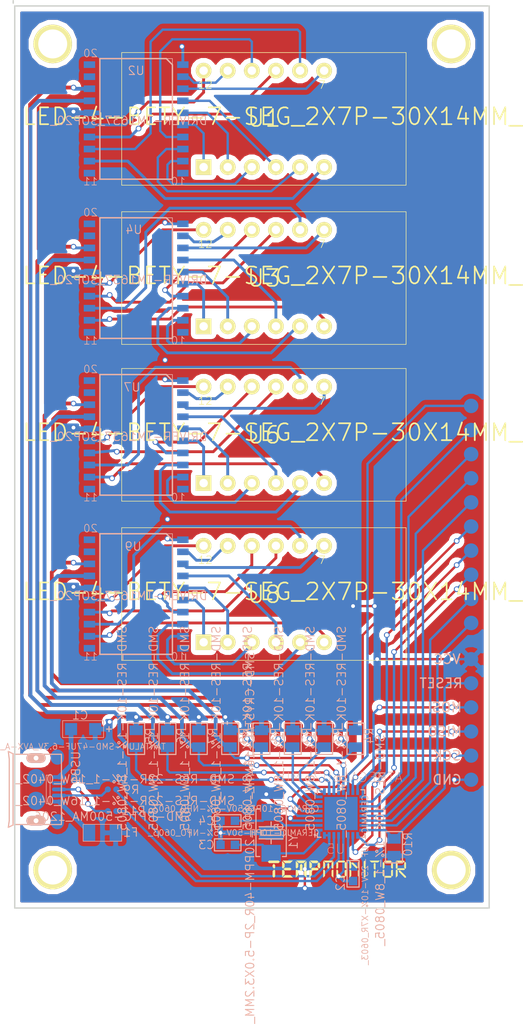
<source format=kicad_pcb>
(kicad_pcb (version 4) (host pcbnew 4.0.2-stable)
  (layers (0 F.Cu signal) (31 B.Cu signal) (34 B.Paste user) (35 F.Paste user) (36 B.SilkS user) (37 F.SilkS user) (38 B.Mask user) (39 F.Mask user) (44 Edge.Cuts user))
  (net 0 "")
  (net 1 VCC)
  (net 2 "Net-(C1-Pad-)")
  (net 3 "Net-(C2-Pad1)")
  (net 4 GND)
  (net 5 "Net-(C3-Pad2)")
  (net 6 "Net-(C4-Pad2)")
  (net 7 "Net-(F1-Pad1)")
  (net 8 "Net-(P1-Pad1)")
  (net 9 "Net-(P2-Pad1)")
  (net 10 "Net-(P3-Pad1)")
  (net 11 "Net-(P4-Pad1)")
  (net 12 "Net-(P5-Pad1)")
  (net 13 "Net-(P6-Pad1)")
  (net 14 "Net-(P7-Pad1)")
  (net 15 "Net-(P8-Pad1)")
  (net 16 "Net-(P9-Pad1)")
  (net 17 "Net-(P10-Pad1)")
  (net 18 RESET)
  (net 19 MOSI)
  (net 20 MISO)
  (net 21 SCK)
  (net 22 CLK1)
  (net 23 CLK2)
  (net 24 CLK3)
  (net 25 CLK4)
  (net 26 DATA1)
  (net 27 DATA2)
  (net 28 DATA3)
  (net 29 DATA4)
  (net 30 D-)
  (net 31 "Net-(R9-Pad2)")
  (net 32 D+)
  (net 33 "Net-(R11-Pad2)")
  (net 34 E1)
  (net 35 D1)
  (net 36 DP1)
  (net 37 C1)
  (net 38 G1)
  (net 39 GR41)
  (net 40 B1)
  (net 41 GR31)
  (net 42 GR21)
  (net 43 F1)
  (net 44 A1)
  (net 45 GR11)
  (net 46 "Net-(U2-Pad10)")
  (net 47 "Net-(U2-Pad11)")
  (net 48 "Net-(U2-Pad19)")
  (net 49 "Net-(U2-Pad20)")
  (net 50 E2)
  (net 51 D2)
  (net 52 DP2)
  (net 53 C2)
  (net 54 G2)
  (net 55 GR42)
  (net 56 B2)
  (net 57 GR32)
  (net 58 GR22)
  (net 59 F2)
  (net 60 A2)
  (net 61 GR12)
  (net 62 "Net-(U4-Pad10)")
  (net 63 "Net-(U4-Pad11)")
  (net 64 "Net-(U4-Pad19)")
  (net 65 "Net-(U4-Pad20)")
  (net 66 E3)
  (net 67 D3)
  (net 68 DP3)
  (net 69 C3)
  (net 70 G3)
  (net 71 GR43)
  (net 72 B3)
  (net 73 GR33)
  (net 74 GR23)
  (net 75 F3)
  (net 76 A3)
  (net 77 GR13)
  (net 78 "Net-(U7-Pad10)")
  (net 79 "Net-(U7-Pad11)")
  (net 80 "Net-(U7-Pad19)")
  (net 81 "Net-(U7-Pad20)")
  (net 82 E4)
  (net 83 D4)
  (net 84 DP4)
  (net 85 C4)
  (net 86 G4)
  (net 87 GR44)
  (net 88 B4)
  (net 89 GR34)
  (net 90 GR24)
  (net 91 F4)
  (net 92 A4)
  (net 93 GR14)
  (net 94 "Net-(U9-Pad10)")
  (net 95 "Net-(U9-Pad11)")
  (net 96 "Net-(U9-Pad19)")
  (net 97 "Net-(U9-Pad20)")
  (net 98 "Net-(USB1-Pad4)")
  (net 99 "Net-(USB1-PadS1)")
  (net 100 "Net-(USB1-PadS2)")
  (net 101 "Net-(USB1-PadS3)")
  (net 102 "Net-(USB1-PadS5)")
  (module Seeed-Resistor-2016:R0805 (layer B.Cu) (at 156.972 132.602)
    (fp_text reference R10 (at 1.4605 -0.3175 90) (layer B.SilkS) (effects (font (size 0.889 0.889) (thickness 0.1016)) (justify mirror)))
    (fp_text value SMD-RES-10K-1%-1_8W_0805_ (at -1.4605 -0.762 90) (layer B.SilkS) (effects (font (size 0.889 0.889) (thickness 0.1016)) (justify mirror)))
    (pad 1 smd rect (at 0 0.889 90) (size 1.016 1.397) (layers B.Cu B.Paste B.Mask) (net 1 VCC))
    (pad 2 smd rect (at 0 -0.889 90) (size 1.016 1.397) (layers B.Cu B.Paste B.Mask) (net 18 RESET))
  )
  (module Seeed-Capacitor-2016:C0603 (layer B.Cu) (at 152.654 135.396 180)
    (fp_text reference C2 (at 1.3335 -0.9525 270) (layer B.SilkS) (effects (font (size 0.889 0.889) (thickness 0.1016)) (justify mirror)))
    (fp_text value CERAMIC-1UF-25V-10%-X7R_0603_ (at -1.27 -0.635 270) (layer B.SilkS) (effects (font (size 0.635 0.635) (thickness 0.0762)) (justify mirror)))
    (pad 1 smd rect (at 0 0.762 270) (size 0.889 0.889) (layers B.Cu B.Paste B.Mask) (net 3 "Net-(C2-Pad1)"))
    (pad 2 smd rect (at 0 -0.762 270) (size 0.889 0.889) (layers B.Cu B.Paste B.Mask) (net 4 GND))
  )
  (module "Seeed-Crystal Oscillator-2016:X2-SMD-5.0X3.2X1.3MM" (layer B.Cu) (at 144.018 131.078 90)
    (fp_text reference Y1 (at -0.9525 2.3495 90) (layer B.SilkS) (effects (font (size 0.889 0.889) (thickness 0.1016)) (justify mirror)))
    (fp_text value SMD-CRYSTAL-16MHZ-8PF-20PPM-40R_2P-5.0X3.2MM_ (at -0.508 -2.2225 90) (layer B.SilkS) (effects (font (size 0.889 0.889) (thickness 0.1016)) (justify mirror)))
    (pad 1 smd rect (at -2.159 0 90) (size 1.778 2.032) (layers B.Cu B.Paste B.Mask) (net 5 "Net-(C3-Pad2)"))
    (pad 2 smd rect (at 2.159 0 90) (size 1.778 2.032) (layers B.Cu B.Paste B.Mask) (net 6 "Net-(C4-Pad2)"))
  )
  (module Seeed-Capacitor-2016:C0603 (layer B.Cu) (at 139.446 132.348 270)
    (fp_text reference C3 (at 0.00124 2.25044 360) (layer B.SilkS) (effects (font (size 0.889 0.889) (thickness 0.1016)) (justify mirror)))
    (fp_text value CERAMIC-10PF-50V-5%-NPO_0603_ (at -1.27 -0.635 360) (layer B.SilkS) (effects (font (size 0.635 0.635) (thickness 0.0762)) (justify mirror)))
    (pad 1 smd rect (at 0 0.762) (size 0.889 0.889) (layers B.Cu B.Paste B.Mask) (net 4 GND))
    (pad 2 smd rect (at 0 -0.762) (size 0.889 0.889) (layers B.Cu B.Paste B.Mask) (net 5 "Net-(C3-Pad2)"))
  )
  (module Seeed-Capacitor-2016:C0603 (layer B.Cu) (at 139.446 129.808 270)
    (fp_text reference C4 (at 0.00378 2.25044 360) (layer B.SilkS) (effects (font (size 0.889 0.889) (thickness 0.1016)) (justify mirror)))
    (fp_text value CERAMIC-10PF-50V-5%-NPO_0603_ (at -1.27 -0.635 360) (layer B.SilkS) (effects (font (size 0.635 0.635) (thickness 0.0762)) (justify mirror)))
    (pad 1 smd rect (at 0 0.762) (size 0.889 0.889) (layers B.Cu B.Paste B.Mask) (net 4 GND))
    (pad 2 smd rect (at 0 -0.762) (size 0.889 0.889) (layers B.Cu B.Paste B.Mask) (net 6 "Net-(C4-Pad2)"))
  )
  (module Seeed-Resistor-2016:R0805 (layer B.Cu) (at 152.908 121.172)
    (fp_text reference R4 (at 1.4605 -0.3175 90) (layer B.SilkS) (effects (font (size 0.889 0.889) (thickness 0.1016)) (justify mirror)))
    (fp_text value SMD-RES-10K-1%-1_8W_0805_ (at -1.4605 -0.762 90) (layer B.SilkS) (effects (font (size 0.889 0.889) (thickness 0.1016)) (justify mirror)))
    (pad 1 smd rect (at 0 0.889 90) (size 1.016 1.397) (layers B.Cu B.Paste B.Mask) (net 25 CLK4))
    (pad 2 smd rect (at 0 -0.889 90) (size 1.016 1.397) (layers B.Cu B.Paste B.Mask) (net 1 VCC))
  )
  (module Seeed-Resistor-2016:R0805 (layer B.Cu) (at 149.606 121.172)
    (fp_text reference R3 (at 1.4605 -0.3175 90) (layer B.SilkS) (effects (font (size 0.889 0.889) (thickness 0.1016)) (justify mirror)))
    (fp_text value SMD-RES-10K-1%-1_8W_0805_ (at -1.4605 -0.762 90) (layer B.SilkS) (effects (font (size 0.889 0.889) (thickness 0.1016)) (justify mirror)))
    (pad 1 smd rect (at 0 0.889 90) (size 1.016 1.397) (layers B.Cu B.Paste B.Mask) (net 24 CLK3))
    (pad 2 smd rect (at 0 -0.889 90) (size 1.016 1.397) (layers B.Cu B.Paste B.Mask) (net 1 VCC))
  )
  (module Seeed-Resistor-2016:R0805 (layer B.Cu) (at 146.304 121.172)
    (fp_text reference R2 (at 1.4605 -0.3175 90) (layer B.SilkS) (effects (font (size 0.889 0.889) (thickness 0.1016)) (justify mirror)))
    (fp_text value SMD-RES-10K-1%-1_8W_0805_ (at -1.4605 -0.762 90) (layer B.SilkS) (effects (font (size 0.889 0.889) (thickness 0.1016)) (justify mirror)))
    (pad 1 smd rect (at 0 0.889 90) (size 1.016 1.397) (layers B.Cu B.Paste B.Mask) (net 23 CLK2))
    (pad 2 smd rect (at 0 -0.889 90) (size 1.016 1.397) (layers B.Cu B.Paste B.Mask) (net 1 VCC))
  )
  (module Seeed-Resistor-2016:R0805 (layer B.Cu) (at 143.002 121.172)
    (fp_text reference R1 (at 1.4605 -0.3175 90) (layer B.SilkS) (effects (font (size 0.889 0.889) (thickness 0.1016)) (justify mirror)))
    (fp_text value SMD-RES-10K-1%-1_8W_0805_ (at -1.4605 -0.762 90) (layer B.SilkS) (effects (font (size 0.889 0.889) (thickness 0.1016)) (justify mirror)))
    (pad 1 smd rect (at 0 0.889 90) (size 1.016 1.397) (layers B.Cu B.Paste B.Mask) (net 22 CLK1))
    (pad 2 smd rect (at 0 -0.889 90) (size 1.016 1.397) (layers B.Cu B.Paste B.Mask) (net 1 VCC))
  )
  (module Seeed-Resistor-2016:R0805 (layer B.Cu) (at 139.7 121.172)
    (fp_text reference R8 (at 1.4605 -0.3175 90) (layer B.SilkS) (effects (font (size 0.889 0.889) (thickness 0.1016)) (justify mirror)))
    (fp_text value SMD-RES-10K-1%-1_8W_0805_ (at -1.4605 -0.762 90) (layer B.SilkS) (effects (font (size 0.889 0.889) (thickness 0.1016)) (justify mirror)))
    (pad 1 smd rect (at 0 0.889 90) (size 1.016 1.397) (layers B.Cu B.Paste B.Mask) (net 29 DATA4))
    (pad 2 smd rect (at 0 -0.889 90) (size 1.016 1.397) (layers B.Cu B.Paste B.Mask) (net 1 VCC))
  )
  (module Seeed-Resistor-2016:R0805 (layer B.Cu) (at 136.398 121.172)
    (fp_text reference R7 (at 1.4605 -0.3175 90) (layer B.SilkS) (effects (font (size 0.889 0.889) (thickness 0.1016)) (justify mirror)))
    (fp_text value SMD-RES-10K-1%-1_8W_0805_ (at -1.4605 -0.762 90) (layer B.SilkS) (effects (font (size 0.889 0.889) (thickness 0.1016)) (justify mirror)))
    (pad 1 smd rect (at 0 0.889 90) (size 1.016 1.397) (layers B.Cu B.Paste B.Mask) (net 28 DATA3))
    (pad 2 smd rect (at 0 -0.889 90) (size 1.016 1.397) (layers B.Cu B.Paste B.Mask) (net 1 VCC))
  )
  (module Seeed-Resistor-2016:R0805 (layer B.Cu) (at 133.096 121.172)
    (fp_text reference R6 (at 1.4605 -0.3175 90) (layer B.SilkS) (effects (font (size 0.889 0.889) (thickness 0.1016)) (justify mirror)))
    (fp_text value SMD-RES-10K-1%-1_8W_0805_ (at -1.4605 -0.762 90) (layer B.SilkS) (effects (font (size 0.889 0.889) (thickness 0.1016)) (justify mirror)))
    (pad 1 smd rect (at 0 0.889 90) (size 1.016 1.397) (layers B.Cu B.Paste B.Mask) (net 27 DATA2))
    (pad 2 smd rect (at 0 -0.889 90) (size 1.016 1.397) (layers B.Cu B.Paste B.Mask) (net 1 VCC))
  )
  (module Connect:1pin (layer F.Cu) (at 163 135)
    (fp_text reference REF** hide)
    (fp_text value 1pin)
    (pad 1 thru_hole circle (at 0 0) (size 4.064 4.064) (drill 3.048) (layers *.Cu *.Mask F.SilkS))
  )
  (module Connect:1pin (layer F.Cu) (at 163 48)
    (fp_text reference REF** hide)
    (fp_text value 1pin)
    (pad 1 thru_hole circle (at 0 0) (size 4.064 4.064) (drill 3.048) (layers *.Cu *.Mask F.SilkS))
  )
  (module Connect:1pin (layer F.Cu) (at 121 48)
    (fp_text reference REF** hide)
    (fp_text value 1pin)
    (pad 1 thru_hole circle (at 0 0) (size 4.064 4.064) (drill 3.048) (layers *.Cu *.Mask F.SilkS))
  )
  (module Connect:1pin (layer F.Cu) (at 121 135)
    (fp_text reference REF** hide)
    (fp_text value 1pin)
    (pad 1 thru_hole circle (at 0 0) (size 4.064 4.064) (drill 3.048) (layers *.Cu *.Mask F.SilkS))
  )
  (module Seeed-Resistor-2016:R0805 (layer B.Cu) (at 129.794 121.172)
    (fp_text reference R5 (at 1.4605 -0.3175 90) (layer B.SilkS) (effects (font (size 0.889 0.889) (thickness 0.1016)) (justify mirror)))
    (fp_text value SMD-RES-10K-1%-1_8W_0805_ (at -1.4605 -0.762 90) (layer B.SilkS) (effects (font (size 0.889 0.889) (thickness 0.1016)) (justify mirror)))
    (pad 1 smd rect (at 0 0.889 90) (size 1.016 1.397) (layers B.Cu B.Paste B.Mask) (net 26 DATA1))
    (pad 2 smd rect (at 0 -0.889 90) (size 1.016 1.397) (layers B.Cu B.Paste B.Mask) (net 1 VCC))
  )
  (module Seeed-Capacitor-2016:AVX-A (layer B.Cu) (at 124.206 120.156 180)
    (fp_text reference C1 (at 0.3175 1.4605 180) (layer B.SilkS) (effects (font (size 0.889 0.889) (thickness 0.1016)) (justify mirror)))
    (fp_text value TANTALUM-SMD-47UF-6.3V_AVX-A_ (at 0 -1.8415 180) (layer B.SilkS) (effects (font (size 0.635 0.635) (thickness 0.0762)) (justify mirror)))
    (pad + smd rect (at -1.27 0 180) (size 1.27 1.27) (layers B.Cu B.Paste B.Mask) (net 1 VCC))
    (pad - smd rect (at 1.27 0) (size 1.27 1.27) (layers B.Cu B.Paste B.Mask) (net 2 "Net-(C1-Pad-)"))
  )
  (module Seeed-Resistor-2016:R0402 (layer B.Cu) (at 127.254 126.506 270)
    (fp_text reference R9 (at 0.03172 -2.02692 360) (layer B.SilkS) (effects (font (size 0.889 0.889) (thickness 0.1016)) (justify mirror)))
    (fp_text value SMD-RES-22R-1%-1_16W_0402_ (at -1.0795 -1.397 360) (layer B.SilkS) (effects (font (size 0.889 0.889) (thickness 0.1016)) (justify mirror)))
    (pad 1 smd circle (at 0 0.4445) (size 0.635 0.635) (layers B.Cu B.Paste B.Mask) (net 30 D-))
    (pad 2 smd circle (at 0 -0.4445) (size 0.635 0.635) (layers B.Cu B.Paste B.Mask) (net 31 "Net-(R9-Pad2)"))
  )
  (module Seeed-Resistor-2016:R0402 (layer B.Cu) (at 127.254 128.792 270)
    (fp_text reference R11 (at -0.02924 -2.25552 360) (layer B.SilkS) (effects (font (size 0.889 0.889) (thickness 0.1016)) (justify mirror)))
    (fp_text value SMD-RES-22R-1%-1_16W_0402_ (at -1.0795 -1.397 360) (layer B.SilkS) (effects (font (size 0.889 0.889) (thickness 0.1016)) (justify mirror)))
    (pad 1 smd circle (at 0 0.4445) (size 0.635 0.635) (layers B.Cu B.Paste B.Mask) (net 32 D+))
    (pad 2 smd circle (at 0 -0.4445) (size 0.635 0.635) (layers B.Cu B.Paste B.Mask) (net 33 "Net-(R11-Pad2)"))
  )
  (module Seeed-Fuse-2016:F1206 (layer B.Cu) (at 126.238 131.078)
    (fp_text reference F1 (at 2.98196 -0.04448) (layer B.SilkS) (effects (font (size 0.889 0.889) (thickness 0.1016)) (justify mirror)))
    (fp_text value SMD-PPTC-500MA_1206_ (at 0.762 -1.7145) (layer B.SilkS) (effects (font (size 0.889 0.889) (thickness 0.1016)) (justify mirror)))
    (pad 1 smd rect (at -1.397 0) (size 1.27 1.778) (layers B.Cu B.Paste B.Mask) (net 7 "Net-(F1-Pad1)"))
    (pad 2 smd rect (at 1.397 0) (size 1.27 1.778) (layers B.Cu B.Paste B.Mask) (net 1 VCC))
  )
  (module Seeed-Display-2016:LCD12-2.54-30.0X14.0X7.3MM (layer F.Cu) (at 143.256 105.932)
    (fp_text reference U8 (at 0.01524 0.04696) (layer F.SilkS) (effects (font (size 1.778 1.778) (thickness 0.1778))))
    (fp_text value LED-4-BETY-7-SEG_2X7P-30X14MM_ (at 0.889 -0.254) (layer F.SilkS) (effects (font (size 1.778 1.778) (thickness 0.1778))))
    (fp_text user 7 (at 6.1214 -3.57886) (layer F.SilkS) (effects (font (size 0.8128 0.8128) (thickness 0.0762))))
    (fp_text user 12 (at -6.1722 -3.57886) (layer F.SilkS) (effects (font (size 0.8128 0.8128) (thickness 0.0762))))
    (pad 1 thru_hole rect (at -6.35 5.08) (size 1.651 1.651) (drill 0.889) (layers *.Cu F.Paste F.SilkS F.Mask) (net 82 E4))
    (pad 2 thru_hole circle (at -3.81 5.08) (size 1.651 1.651) (drill 0.889) (layers *.Cu F.Paste F.SilkS F.Mask) (net 83 D4))
    (pad 3 thru_hole circle (at -1.27 5.08) (size 1.651 1.651) (drill 0.889) (layers *.Cu F.Paste F.SilkS F.Mask) (net 84 DP4))
    (pad 4 thru_hole circle (at 1.27 5.08) (size 1.651 1.651) (drill 0.889) (layers *.Cu F.Paste F.SilkS F.Mask) (net 85 C4))
    (pad 5 thru_hole circle (at 3.81 5.08) (size 1.651 1.651) (drill 0.889) (layers *.Cu F.Paste F.SilkS F.Mask) (net 86 G4))
    (pad 6 thru_hole circle (at 6.35 5.08) (size 1.651 1.651) (drill 0.889) (layers *.Cu F.Paste F.SilkS F.Mask) (net 87 GR44))
    (pad 7 thru_hole circle (at 6.35 -5.08) (size 1.651 1.651) (drill 0.889) (layers *.Cu F.Paste F.SilkS F.Mask) (net 88 B4))
    (pad 8 thru_hole circle (at 3.81 -5.08) (size 1.651 1.651) (drill 0.889) (layers *.Cu F.Paste F.SilkS F.Mask) (net 89 GR34))
    (pad 9 thru_hole circle (at 1.27 -5.08) (size 1.651 1.651) (drill 0.889) (layers *.Cu F.Paste F.SilkS F.Mask) (net 90 GR24))
    (pad 10 thru_hole circle (at -1.27 -5.08) (size 1.651 1.651) (drill 0.889) (layers *.Cu F.Paste F.SilkS F.Mask) (net 91 F4))
    (pad 11 thru_hole circle (at -3.81 -5.08) (size 1.651 1.651) (drill 0.889) (layers *.Cu F.Paste F.SilkS F.Mask) (net 92 A4))
    (pad 12 thru_hole circle (at -6.35 -5.08) (size 1.651 1.651) (drill 0.889) (layers *.Cu F.Paste F.SilkS F.Mask) (net 93 GR14))
  )
  (module Seeed-Display-2016:LCD12-2.54-30.0X14.0X7.3MM (layer F.Cu) (at 143.256 89.168)
    (fp_text reference U6 (at 0 0.01648) (layer F.SilkS) (effects (font (size 1.778 1.778) (thickness 0.1778))))
    (fp_text value LED-4-BETY-7-SEG_2X7P-30X14MM_ (at 0.889 -0.254) (layer F.SilkS) (effects (font (size 1.778 1.778) (thickness 0.1778))))
    (fp_text user 7 (at 6.1214 -3.57886) (layer F.SilkS) (effects (font (size 0.8128 0.8128) (thickness 0.0762))))
    (fp_text user 12 (at -6.1722 -3.57886) (layer F.SilkS) (effects (font (size 0.8128 0.8128) (thickness 0.0762))))
    (pad 1 thru_hole rect (at -6.35 5.08) (size 1.651 1.651) (drill 0.889) (layers *.Cu F.Paste F.SilkS F.Mask) (net 66 E3))
    (pad 2 thru_hole circle (at -3.81 5.08) (size 1.651 1.651) (drill 0.889) (layers *.Cu F.Paste F.SilkS F.Mask) (net 67 D3))
    (pad 3 thru_hole circle (at -1.27 5.08) (size 1.651 1.651) (drill 0.889) (layers *.Cu F.Paste F.SilkS F.Mask) (net 68 DP3))
    (pad 4 thru_hole circle (at 1.27 5.08) (size 1.651 1.651) (drill 0.889) (layers *.Cu F.Paste F.SilkS F.Mask) (net 69 C3))
    (pad 5 thru_hole circle (at 3.81 5.08) (size 1.651 1.651) (drill 0.889) (layers *.Cu F.Paste F.SilkS F.Mask) (net 70 G3))
    (pad 6 thru_hole circle (at 6.35 5.08) (size 1.651 1.651) (drill 0.889) (layers *.Cu F.Paste F.SilkS F.Mask) (net 71 GR43))
    (pad 7 thru_hole circle (at 6.35 -5.08) (size 1.651 1.651) (drill 0.889) (layers *.Cu F.Paste F.SilkS F.Mask) (net 72 B3))
    (pad 8 thru_hole circle (at 3.81 -5.08) (size 1.651 1.651) (drill 0.889) (layers *.Cu F.Paste F.SilkS F.Mask) (net 73 GR33))
    (pad 9 thru_hole circle (at 1.27 -5.08) (size 1.651 1.651) (drill 0.889) (layers *.Cu F.Paste F.SilkS F.Mask) (net 74 GR23))
    (pad 10 thru_hole circle (at -1.27 -5.08) (size 1.651 1.651) (drill 0.889) (layers *.Cu F.Paste F.SilkS F.Mask) (net 75 F3))
    (pad 11 thru_hole circle (at -3.81 -5.08) (size 1.651 1.651) (drill 0.889) (layers *.Cu F.Paste F.SilkS F.Mask) (net 76 A3))
    (pad 12 thru_hole circle (at -6.35 -5.08) (size 1.651 1.651) (drill 0.889) (layers *.Cu F.Paste F.SilkS F.Mask) (net 77 GR13))
  )
  (module Seeed-Display-2016:LCD12-2.54-30.0X14.0X7.3MM (layer F.Cu) (at 143.256 55.894)
    (fp_text reference U1 (at 0.02032 -0.06988) (layer F.SilkS) (effects (font (size 1.778 1.778) (thickness 0.1778))))
    (fp_text value LED-4-BETY-7-SEG_2X7P-30X14MM_ (at 0.889 -0.254) (layer F.SilkS) (effects (font (size 1.778 1.778) (thickness 0.1778))))
    (fp_text user 7 (at 6.1214 -3.57886) (layer F.SilkS) (effects (font (size 0.8128 0.8128) (thickness 0.0762))))
    (fp_text user 12 (at -6.1722 -3.57886) (layer F.SilkS) (effects (font (size 0.8128 0.8128) (thickness 0.0762))))
    (pad 1 thru_hole rect (at -6.35 5.08) (size 1.651 1.651) (drill 0.889) (layers *.Cu F.Paste F.SilkS F.Mask) (net 34 E1))
    (pad 2 thru_hole circle (at -3.81 5.08) (size 1.651 1.651) (drill 0.889) (layers *.Cu F.Paste F.SilkS F.Mask) (net 35 D1))
    (pad 3 thru_hole circle (at -1.27 5.08) (size 1.651 1.651) (drill 0.889) (layers *.Cu F.Paste F.SilkS F.Mask) (net 36 DP1))
    (pad 4 thru_hole circle (at 1.27 5.08) (size 1.651 1.651) (drill 0.889) (layers *.Cu F.Paste F.SilkS F.Mask) (net 37 C1))
    (pad 5 thru_hole circle (at 3.81 5.08) (size 1.651 1.651) (drill 0.889) (layers *.Cu F.Paste F.SilkS F.Mask) (net 38 G1))
    (pad 6 thru_hole circle (at 6.35 5.08) (size 1.651 1.651) (drill 0.889) (layers *.Cu F.Paste F.SilkS F.Mask) (net 39 GR41))
    (pad 7 thru_hole circle (at 6.35 -5.08) (size 1.651 1.651) (drill 0.889) (layers *.Cu F.Paste F.SilkS F.Mask) (net 40 B1))
    (pad 8 thru_hole circle (at 3.81 -5.08) (size 1.651 1.651) (drill 0.889) (layers *.Cu F.Paste F.SilkS F.Mask) (net 41 GR31))
    (pad 9 thru_hole circle (at 1.27 -5.08) (size 1.651 1.651) (drill 0.889) (layers *.Cu F.Paste F.SilkS F.Mask) (net 42 GR21))
    (pad 10 thru_hole circle (at -1.27 -5.08) (size 1.651 1.651) (drill 0.889) (layers *.Cu F.Paste F.SilkS F.Mask) (net 43 F1))
    (pad 11 thru_hole circle (at -3.81 -5.08) (size 1.651 1.651) (drill 0.889) (layers *.Cu F.Paste F.SilkS F.Mask) (net 44 A1))
    (pad 12 thru_hole circle (at -6.35 -5.08) (size 1.651 1.651) (drill 0.889) (layers *.Cu F.Paste F.SilkS F.Mask) (net 45 GR11))
  )
  (module Seeed-Display-2016:LCD12-2.54-30.0X14.0X7.3MM (layer F.Cu) (at 143.256 72.658)
    (fp_text reference U3 (at 0 0.00632) (layer F.SilkS) (effects (font (size 1.778 1.778) (thickness 0.1778))))
    (fp_text value LED-4-BETY-7-SEG_2X7P-30X14MM_ (at 0.889 -0.254) (layer F.SilkS) (effects (font (size 1.778 1.778) (thickness 0.1778))))
    (fp_text user 7 (at 6.1214 -3.57886) (layer F.SilkS) (effects (font (size 0.8128 0.8128) (thickness 0.0762))))
    (fp_text user 12 (at -6.1722 -3.57886) (layer F.SilkS) (effects (font (size 0.8128 0.8128) (thickness 0.0762))))
    (pad 1 thru_hole rect (at -6.35 5.08) (size 1.651 1.651) (drill 0.889) (layers *.Cu F.Paste F.SilkS F.Mask) (net 50 E2))
    (pad 2 thru_hole circle (at -3.81 5.08) (size 1.651 1.651) (drill 0.889) (layers *.Cu F.Paste F.SilkS F.Mask) (net 51 D2))
    (pad 3 thru_hole circle (at -1.27 5.08) (size 1.651 1.651) (drill 0.889) (layers *.Cu F.Paste F.SilkS F.Mask) (net 52 DP2))
    (pad 4 thru_hole circle (at 1.27 5.08) (size 1.651 1.651) (drill 0.889) (layers *.Cu F.Paste F.SilkS F.Mask) (net 53 C2))
    (pad 5 thru_hole circle (at 3.81 5.08) (size 1.651 1.651) (drill 0.889) (layers *.Cu F.Paste F.SilkS F.Mask) (net 54 G2))
    (pad 6 thru_hole circle (at 6.35 5.08) (size 1.651 1.651) (drill 0.889) (layers *.Cu F.Paste F.SilkS F.Mask) (net 55 GR42))
    (pad 7 thru_hole circle (at 6.35 -5.08) (size 1.651 1.651) (drill 0.889) (layers *.Cu F.Paste F.SilkS F.Mask) (net 56 B2))
    (pad 8 thru_hole circle (at 3.81 -5.08) (size 1.651 1.651) (drill 0.889) (layers *.Cu F.Paste F.SilkS F.Mask) (net 57 GR32))
    (pad 9 thru_hole circle (at 1.27 -5.08) (size 1.651 1.651) (drill 0.889) (layers *.Cu F.Paste F.SilkS F.Mask) (net 58 GR22))
    (pad 10 thru_hole circle (at -1.27 -5.08) (size 1.651 1.651) (drill 0.889) (layers *.Cu F.Paste F.SilkS F.Mask) (net 59 F2))
    (pad 11 thru_hole circle (at -3.81 -5.08) (size 1.651 1.651) (drill 0.889) (layers *.Cu F.Paste F.SilkS F.Mask) (net 60 A2))
    (pad 12 thru_hole circle (at -6.35 -5.08) (size 1.651 1.651) (drill 0.889) (layers *.Cu F.Paste F.SilkS F.Mask) (net 61 GR12))
  )
  (module Seeed-IC-2016:SOP20-1.27-12.7X7.65MM (layer B.Cu) (at 129.794 105.932 270)
    (fp_text reference U9 (at -5.01272 0.32004 540) (layer B.SilkS) (effects (font (size 0.889 0.889) (thickness 0.1016)) (justify mirror)))
    (fp_text value DRIVER-TM1637_SOP20_ (at 0.1905 0.762 540) (layer B.SilkS) (effects (font (size 0.889 0.889) (thickness 0.1016)) (justify mirror)))
    (fp_text user 20 (at -6.90626 4.81076 540) (layer B.SilkS) (effects (font (size 0.8128 0.8128) (thickness 0.0762)) (justify mirror)))
    (fp_text user 11 (at 6.5913 4.81076 540) (layer B.SilkS) (effects (font (size 0.8128 0.8128) (thickness 0.0762)) (justify mirror)))
    (fp_text user 10 (at 6.5913 -4.43484 540) (layer B.SilkS) (effects (font (size 0.8128 0.8128) (thickness 0.0762)) (justify mirror)))
    (pad 1 smd rect (at -5.715 -4.92252 270) (size 0.6985 1.19888) (layers B.Cu B.Paste B.Mask) (net 4 GND))
    (pad 2 smd rect (at -4.445 -4.92252 270) (size 0.6985 1.19888) (layers B.Cu B.Paste B.Mask) (net 92 A4))
    (pad 3 smd rect (at -3.175 -4.92252 270) (size 0.6985 1.19888) (layers B.Cu B.Paste B.Mask) (net 88 B4))
    (pad 4 smd rect (at -1.905 -4.92252 270) (size 0.6985 1.19888) (layers B.Cu B.Paste B.Mask) (net 85 C4))
    (pad 5 smd rect (at -0.635 -4.92252 270) (size 0.6985 1.19888) (layers B.Cu B.Paste B.Mask) (net 83 D4))
    (pad 6 smd rect (at 0.635 -4.92252 270) (size 0.6985 1.19888) (layers B.Cu B.Paste B.Mask) (net 82 E4))
    (pad 7 smd rect (at 1.905 -4.92252 270) (size 0.6985 1.19888) (layers B.Cu B.Paste B.Mask) (net 91 F4))
    (pad 8 smd rect (at 3.175 -4.92252 270) (size 0.6985 1.19888) (layers B.Cu B.Paste B.Mask) (net 86 G4))
    (pad 9 smd rect (at 4.445 -4.92252 270) (size 0.6985 1.19888) (layers B.Cu B.Paste B.Mask) (net 84 DP4))
    (pad 10 smd rect (at 5.715 -4.92252 270) (size 0.6985 1.19888) (layers B.Cu B.Paste B.Mask) (net 94 "Net-(U9-Pad10)"))
    (pad 11 smd rect (at 5.715 4.92252 270) (size 0.6985 1.19888) (layers B.Cu B.Paste B.Mask) (net 95 "Net-(U9-Pad11)"))
    (pad 12 smd rect (at 4.445 4.92252 270) (size 0.6985 1.19888) (layers B.Cu B.Paste B.Mask) (net 87 GR44))
    (pad 13 smd rect (at 3.175 4.92252 270) (size 0.6985 1.19888) (layers B.Cu B.Paste B.Mask) (net 89 GR34))
    (pad 14 smd rect (at 1.905 4.92252 270) (size 0.6985 1.19888) (layers B.Cu B.Paste B.Mask) (net 90 GR24))
    (pad 15 smd rect (at 0.635 4.92252 270) (size 0.6985 1.19888) (layers B.Cu B.Paste B.Mask) (net 93 GR14))
    (pad 16 smd rect (at -0.635 4.92252 270) (size 0.6985 1.19888) (layers B.Cu B.Paste B.Mask) (net 1 VCC))
    (pad 17 smd rect (at -1.905 4.92252 270) (size 0.6985 1.19888) (layers B.Cu B.Paste B.Mask) (net 29 DATA4))
    (pad 18 smd rect (at -3.175 4.92252 270) (size 0.6985 1.19888) (layers B.Cu B.Paste B.Mask) (net 25 CLK4))
    (pad 19 smd rect (at -4.445 4.92252 270) (size 0.6985 1.19888) (layers B.Cu B.Paste B.Mask) (net 96 "Net-(U9-Pad19)"))
    (pad 20 smd rect (at -5.715 4.92252 270) (size 0.6985 1.19888) (layers B.Cu B.Paste B.Mask) (net 97 "Net-(U9-Pad20)"))
  )
  (module Seeed-IC-2016:SOP20-1.27-12.7X7.65MM (layer B.Cu) (at 129.794 89.168 270)
    (fp_text reference U7 (at -5.01272 0.4318 540) (layer B.SilkS) (effects (font (size 0.889 0.889) (thickness 0.1016)) (justify mirror)))
    (fp_text value DRIVER-TM1637_SOP20_ (at 0.1905 0.762 540) (layer B.SilkS) (effects (font (size 0.889 0.889) (thickness 0.1016)) (justify mirror)))
    (fp_text user 20 (at -6.90626 4.81076 540) (layer B.SilkS) (effects (font (size 0.8128 0.8128) (thickness 0.0762)) (justify mirror)))
    (fp_text user 11 (at 6.5913 4.81076 540) (layer B.SilkS) (effects (font (size 0.8128 0.8128) (thickness 0.0762)) (justify mirror)))
    (fp_text user 10 (at 6.5913 -4.43484 540) (layer B.SilkS) (effects (font (size 0.8128 0.8128) (thickness 0.0762)) (justify mirror)))
    (pad 1 smd rect (at -5.715 -4.92252 270) (size 0.6985 1.19888) (layers B.Cu B.Paste B.Mask) (net 4 GND))
    (pad 2 smd rect (at -4.445 -4.92252 270) (size 0.6985 1.19888) (layers B.Cu B.Paste B.Mask) (net 76 A3))
    (pad 3 smd rect (at -3.175 -4.92252 270) (size 0.6985 1.19888) (layers B.Cu B.Paste B.Mask) (net 72 B3))
    (pad 4 smd rect (at -1.905 -4.92252 270) (size 0.6985 1.19888) (layers B.Cu B.Paste B.Mask) (net 69 C3))
    (pad 5 smd rect (at -0.635 -4.92252 270) (size 0.6985 1.19888) (layers B.Cu B.Paste B.Mask) (net 67 D3))
    (pad 6 smd rect (at 0.635 -4.92252 270) (size 0.6985 1.19888) (layers B.Cu B.Paste B.Mask) (net 66 E3))
    (pad 7 smd rect (at 1.905 -4.92252 270) (size 0.6985 1.19888) (layers B.Cu B.Paste B.Mask) (net 75 F3))
    (pad 8 smd rect (at 3.175 -4.92252 270) (size 0.6985 1.19888) (layers B.Cu B.Paste B.Mask) (net 70 G3))
    (pad 9 smd rect (at 4.445 -4.92252 270) (size 0.6985 1.19888) (layers B.Cu B.Paste B.Mask) (net 68 DP3))
    (pad 10 smd rect (at 5.715 -4.92252 270) (size 0.6985 1.19888) (layers B.Cu B.Paste B.Mask) (net 78 "Net-(U7-Pad10)"))
    (pad 11 smd rect (at 5.715 4.92252 270) (size 0.6985 1.19888) (layers B.Cu B.Paste B.Mask) (net 79 "Net-(U7-Pad11)"))
    (pad 12 smd rect (at 4.445 4.92252 270) (size 0.6985 1.19888) (layers B.Cu B.Paste B.Mask) (net 71 GR43))
    (pad 13 smd rect (at 3.175 4.92252 270) (size 0.6985 1.19888) (layers B.Cu B.Paste B.Mask) (net 73 GR33))
    (pad 14 smd rect (at 1.905 4.92252 270) (size 0.6985 1.19888) (layers B.Cu B.Paste B.Mask) (net 74 GR23))
    (pad 15 smd rect (at 0.635 4.92252 270) (size 0.6985 1.19888) (layers B.Cu B.Paste B.Mask) (net 77 GR13))
    (pad 16 smd rect (at -0.635 4.92252 270) (size 0.6985 1.19888) (layers B.Cu B.Paste B.Mask) (net 1 VCC))
    (pad 17 smd rect (at -1.905 4.92252 270) (size 0.6985 1.19888) (layers B.Cu B.Paste B.Mask) (net 28 DATA3))
    (pad 18 smd rect (at -3.175 4.92252 270) (size 0.6985 1.19888) (layers B.Cu B.Paste B.Mask) (net 24 CLK3))
    (pad 19 smd rect (at -4.445 4.92252 270) (size 0.6985 1.19888) (layers B.Cu B.Paste B.Mask) (net 80 "Net-(U7-Pad19)"))
    (pad 20 smd rect (at -5.715 4.92252 270) (size 0.6985 1.19888) (layers B.Cu B.Paste B.Mask) (net 81 "Net-(U7-Pad20)"))
  )
  (module Seeed-IC-2016:SOP20-1.27-12.7X7.65MM (layer B.Cu) (at 129.794 72.658 270)
    (fp_text reference U4 (at -5.09908 0.23622 540) (layer B.SilkS) (effects (font (size 0.889 0.889) (thickness 0.1016)) (justify mirror)))
    (fp_text value DRIVER-TM1637_SOP20_ (at 0.1905 0.762 540) (layer B.SilkS) (effects (font (size 0.889 0.889) (thickness 0.1016)) (justify mirror)))
    (fp_text user 20 (at -6.90626 4.81076 540) (layer B.SilkS) (effects (font (size 0.8128 0.8128) (thickness 0.0762)) (justify mirror)))
    (fp_text user 11 (at 6.5913 4.81076 540) (layer B.SilkS) (effects (font (size 0.8128 0.8128) (thickness 0.0762)) (justify mirror)))
    (fp_text user 10 (at 6.5913 -4.43484 540) (layer B.SilkS) (effects (font (size 0.8128 0.8128) (thickness 0.0762)) (justify mirror)))
    (pad 1 smd rect (at -5.715 -4.92252 270) (size 0.6985 1.19888) (layers B.Cu B.Paste B.Mask) (net 4 GND))
    (pad 2 smd rect (at -4.445 -4.92252 270) (size 0.6985 1.19888) (layers B.Cu B.Paste B.Mask) (net 60 A2))
    (pad 3 smd rect (at -3.175 -4.92252 270) (size 0.6985 1.19888) (layers B.Cu B.Paste B.Mask) (net 56 B2))
    (pad 4 smd rect (at -1.905 -4.92252 270) (size 0.6985 1.19888) (layers B.Cu B.Paste B.Mask) (net 53 C2))
    (pad 5 smd rect (at -0.635 -4.92252 270) (size 0.6985 1.19888) (layers B.Cu B.Paste B.Mask) (net 51 D2))
    (pad 6 smd rect (at 0.635 -4.92252 270) (size 0.6985 1.19888) (layers B.Cu B.Paste B.Mask) (net 50 E2))
    (pad 7 smd rect (at 1.905 -4.92252 270) (size 0.6985 1.19888) (layers B.Cu B.Paste B.Mask) (net 59 F2))
    (pad 8 smd rect (at 3.175 -4.92252 270) (size 0.6985 1.19888) (layers B.Cu B.Paste B.Mask) (net 54 G2))
    (pad 9 smd rect (at 4.445 -4.92252 270) (size 0.6985 1.19888) (layers B.Cu B.Paste B.Mask) (net 52 DP2))
    (pad 10 smd rect (at 5.715 -4.92252 270) (size 0.6985 1.19888) (layers B.Cu B.Paste B.Mask) (net 62 "Net-(U4-Pad10)"))
    (pad 11 smd rect (at 5.715 4.92252 270) (size 0.6985 1.19888) (layers B.Cu B.Paste B.Mask) (net 63 "Net-(U4-Pad11)"))
    (pad 12 smd rect (at 4.445 4.92252 270) (size 0.6985 1.19888) (layers B.Cu B.Paste B.Mask) (net 55 GR42))
    (pad 13 smd rect (at 3.175 4.92252 270) (size 0.6985 1.19888) (layers B.Cu B.Paste B.Mask) (net 57 GR32))
    (pad 14 smd rect (at 1.905 4.92252 270) (size 0.6985 1.19888) (layers B.Cu B.Paste B.Mask) (net 58 GR22))
    (pad 15 smd rect (at 0.635 4.92252 270) (size 0.6985 1.19888) (layers B.Cu B.Paste B.Mask) (net 61 GR12))
    (pad 16 smd rect (at -0.635 4.92252 270) (size 0.6985 1.19888) (layers B.Cu B.Paste B.Mask) (net 1 VCC))
    (pad 17 smd rect (at -1.905 4.92252 270) (size 0.6985 1.19888) (layers B.Cu B.Paste B.Mask) (net 27 DATA2))
    (pad 18 smd rect (at -3.175 4.92252 270) (size 0.6985 1.19888) (layers B.Cu B.Paste B.Mask) (net 23 CLK2))
    (pad 19 smd rect (at -4.445 4.92252 270) (size 0.6985 1.19888) (layers B.Cu B.Paste B.Mask) (net 64 "Net-(U4-Pad19)"))
    (pad 20 smd rect (at -5.715 4.92252 270) (size 0.6985 1.19888) (layers B.Cu B.Paste B.Mask) (net 65 "Net-(U4-Pad20)"))
  )
  (module Seeed-IC-2016:SOP20-1.27-12.7X7.65MM (layer B.Cu) (at 129.794 55.894 270)
    (fp_text reference U2 (at -5.08 0 540) (layer B.SilkS) (effects (font (size 0.889 0.889) (thickness 0.1016)) (justify mirror)))
    (fp_text value DRIVER-TM1637_SOP20_ (at 0.1905 0.762 540) (layer B.SilkS) (effects (font (size 0.889 0.889) (thickness 0.1016)) (justify mirror)))
    (fp_text user 20 (at -6.90626 4.81076 540) (layer B.SilkS) (effects (font (size 0.8128 0.8128) (thickness 0.0762)) (justify mirror)))
    (fp_text user 11 (at 6.5913 4.81076 540) (layer B.SilkS) (effects (font (size 0.8128 0.8128) (thickness 0.0762)) (justify mirror)))
    (fp_text user 10 (at 6.5913 -4.43484 540) (layer B.SilkS) (effects (font (size 0.8128 0.8128) (thickness 0.0762)) (justify mirror)))
    (pad 1 smd rect (at -5.715 -4.92252 270) (size 0.6985 1.19888) (layers B.Cu B.Paste B.Mask) (net 4 GND))
    (pad 2 smd rect (at -4.445 -4.92252 270) (size 0.6985 1.19888) (layers B.Cu B.Paste B.Mask) (net 44 A1))
    (pad 3 smd rect (at -3.175 -4.92252 270) (size 0.6985 1.19888) (layers B.Cu B.Paste B.Mask) (net 40 B1))
    (pad 4 smd rect (at -1.905 -4.92252 270) (size 0.6985 1.19888) (layers B.Cu B.Paste B.Mask) (net 37 C1))
    (pad 5 smd rect (at -0.635 -4.92252 270) (size 0.6985 1.19888) (layers B.Cu B.Paste B.Mask) (net 35 D1))
    (pad 6 smd rect (at 0.635 -4.92252 270) (size 0.6985 1.19888) (layers B.Cu B.Paste B.Mask) (net 34 E1))
    (pad 7 smd rect (at 1.905 -4.92252 270) (size 0.6985 1.19888) (layers B.Cu B.Paste B.Mask) (net 43 F1))
    (pad 8 smd rect (at 3.175 -4.92252 270) (size 0.6985 1.19888) (layers B.Cu B.Paste B.Mask) (net 38 G1))
    (pad 9 smd rect (at 4.445 -4.92252 270) (size 0.6985 1.19888) (layers B.Cu B.Paste B.Mask) (net 36 DP1))
    (pad 10 smd rect (at 5.715 -4.92252 270) (size 0.6985 1.19888) (layers B.Cu B.Paste B.Mask) (net 46 "Net-(U2-Pad10)"))
    (pad 11 smd rect (at 5.715 4.92252 270) (size 0.6985 1.19888) (layers B.Cu B.Paste B.Mask) (net 47 "Net-(U2-Pad11)"))
    (pad 12 smd rect (at 4.445 4.92252 270) (size 0.6985 1.19888) (layers B.Cu B.Paste B.Mask) (net 39 GR41))
    (pad 13 smd rect (at 3.175 4.92252 270) (size 0.6985 1.19888) (layers B.Cu B.Paste B.Mask) (net 41 GR31))
    (pad 14 smd rect (at 1.905 4.92252 270) (size 0.6985 1.19888) (layers B.Cu B.Paste B.Mask) (net 42 GR21))
    (pad 15 smd rect (at 0.635 4.92252 270) (size 0.6985 1.19888) (layers B.Cu B.Paste B.Mask) (net 45 GR11))
    (pad 16 smd rect (at -0.635 4.92252 270) (size 0.6985 1.19888) (layers B.Cu B.Paste B.Mask) (net 1 VCC))
    (pad 17 smd rect (at -1.905 4.92252 270) (size 0.6985 1.19888) (layers B.Cu B.Paste B.Mask) (net 26 DATA1))
    (pad 18 smd rect (at -3.175 4.92252 270) (size 0.6985 1.19888) (layers B.Cu B.Paste B.Mask) (net 22 CLK1))
    (pad 19 smd rect (at -4.445 4.92252 270) (size 0.6985 1.19888) (layers B.Cu B.Paste B.Mask) (net 48 "Net-(U2-Pad19)"))
    (pad 20 smd rect (at -5.715 4.92252 270) (size 0.6985 1.19888) (layers B.Cu B.Paste B.Mask) (net 49 "Net-(U2-Pad20)"))
  )
  (module Homebrew:LOGO (layer F.Cu) (at 150.93188 134.72668)
    (fp_text reference G*** hide)
    (fp_text value LOGO hide)
  )
  (module Homebrew:MICRO-USB5+6P-SMD-0.65-B_NY (layer B.Cu) (at 121.92 126.506 90)
    (fp_text reference USB1 (at 2.286 1.524 90) (layer B.SilkS) (effects (font (size 0.889 0.889) (thickness 0.1016)) (justify mirror)))
    (fp_text value MICRO-USB-SMD-B-_10118193-0001LF_ hide)
    (pad 1 smd oval (at -1.29794 -0.24892 270) (size 0.39878 1.4986) (layers B.Cu B.Paste B.Mask) (net 7 "Net-(F1-Pad1)"))
    (pad 2 smd oval (at -0.6477 -0.24892 270) (size 0.39878 1.4986) (layers B.Cu B.Paste B.Mask) (net 30 D-))
    (pad 3 smd oval (at 0 -0.24892 270) (size 0.39878 1.4986) (layers B.Cu B.Paste B.Mask) (net 32 D+))
    (pad 4 smd oval (at 0.6477 -0.24892 270) (size 0.39878 1.4986) (layers B.Cu B.Paste B.Mask) (net 98 "Net-(USB1-Pad4)"))
    (pad 5 smd oval (at 1.29794 -0.24892 270) (size 0.39878 1.4986) (layers B.Cu B.Paste B.Mask) (net 2 "Net-(C1-Pad-)"))
    (pad S1 smd oval (at -3.39852 -0.42672) (size 1.39954 1.59766) (layers B.Cu B.Paste B.Mask) (net 99 "Net-(USB1-PadS1)"))
    (pad S2 thru_hole oval (at -3.29946 -2.67462 270) (size 1.016 2.032) (drill 0.508) (layers *.Cu B.Paste B.SilkS B.Mask) (net 100 "Net-(USB1-PadS2)"))
    (pad S3 smd circle (at -1.19888 -2.67462 90) (size 1.89992 1.89992) (layers B.Cu B.Paste B.Mask) (net 101 "Net-(USB1-PadS3)"))
    (pad S4 smd circle (at 1.19888 -2.67462 90) (size 1.89992 1.89992) (layers B.Cu B.Paste B.Mask) (net 101 "Net-(USB1-PadS3)"))
    (pad S5 thru_hole oval (at 3.29946 -2.67462 270) (size 1.016 2.032) (drill 0.508) (layers *.Cu B.Paste B.SilkS B.Mask) (net 102 "Net-(USB1-PadS5)"))
    (pad S6 smd oval (at 3.39852 -0.42672) (size 1.39954 1.59766) (layers B.Cu B.Paste B.Mask) (net 102 "Net-(USB1-PadS5)"))
  )
  (module Homebrew:ProgrammingPad (layer F.Cu) (at 167.64 120.41 90)
    (fp_text reference P11 hide)
    (fp_text value ProgrammingPad hide)
    (fp_text user GND (at -5.08 -5.08 360) (layer B.SilkS) (effects (justify mirror)))
    (fp_text user SCK (at -2.54 -5.08 360) (layer B.SilkS) (effects (justify mirror)))
    (fp_text user MISO (at 0 -5.334 360) (layer B.SilkS) (effects (justify mirror)))
    (fp_text user MOSI (at 2.54 -5.334 360) (layer B.SilkS) (effects (justify mirror)))
    (fp_text user RESET (at 5.08 -5.715 360) (layer B.SilkS) (effects (justify mirror)))
    (fp_text user VCC (at 7.62 -5.08 360) (layer B.SilkS) (effects (justify mirror)))
    (pad 1 connect circle (at 7.62 -2.54 270) (size 1.5 1.5) (layers B.Cu B.Mask) (net 1 VCC))
    (pad 2 connect circle (at 5.08 -2.54 270) (size 1.5 1.5) (layers B.Cu B.Mask) (net 18 RESET))
    (pad 3 connect circle (at 2.54 -2.54 270) (size 1.5 1.5) (layers B.Cu B.Mask) (net 19 MOSI))
    (pad 4 connect circle (at 0 -2.54 270) (size 1.5 1.5) (layers B.Cu B.Mask) (net 20 MISO))
    (pad 5 connect circle (at -2.54 -2.54 270) (size 1.5 1.5) (layers B.Cu B.Mask) (net 21 SCK))
    (pad 6 connect circle (at -5.08 -2.54 270) (size 1.5 1.5) (layers B.Cu B.Mask) (net 4 GND))
  )
  (module Homebrew:Pad (layer B.Cu) (at 165.1 106.44)
    (fp_text reference P10 hide)
    (fp_text value Pad)
    (pad 1 connect circle (at 0 0) (size 1.524 1.524) (layers B.Cu B.Mask) (net 17 "Net-(P10-Pad1)"))
  )
  (module Homebrew:Pad (layer B.Cu) (at 165.1 108.98)
    (fp_text reference P9 hide)
    (fp_text value Pad)
    (pad 1 connect circle (at 0 0) (size 1.524 1.524) (layers B.Cu B.Mask) (net 16 "Net-(P9-Pad1)"))
  )
  (module Homebrew:Pad (layer B.Cu) (at 165.1 103.9)
    (fp_text reference P8 hide)
    (fp_text value Pad)
    (pad 1 connect circle (at 0 0) (size 1.524 1.524) (layers B.Cu B.Mask) (net 15 "Net-(P8-Pad1)"))
  )
  (module Homebrew:Pad (layer B.Cu) (at 165.1 101.36)
    (fp_text reference P7 hide)
    (fp_text value Pad)
    (pad 1 connect circle (at 0 0) (size 1.524 1.524) (layers B.Cu B.Mask) (net 14 "Net-(P7-Pad1)"))
  )
  (module Homebrew:Pad (layer B.Cu) (at 165.1 98.82)
    (fp_text reference P6 hide)
    (fp_text value Pad)
    (pad 1 connect circle (at 0 0) (size 1.524 1.524) (layers B.Cu B.Mask) (net 13 "Net-(P6-Pad1)"))
  )
  (module Homebrew:Pad (layer B.Cu) (at 165.1 96.28)
    (fp_text reference P5 hide)
    (fp_text value Pad)
    (pad 1 connect circle (at 0 0) (size 1.524 1.524) (layers B.Cu B.Mask) (net 12 "Net-(P5-Pad1)"))
  )
  (module Homebrew:Pad (layer B.Cu) (at 165.1 93.74)
    (fp_text reference P4 hide)
    (fp_text value Pad)
    (pad 1 connect circle (at 0 0) (size 1.524 1.524) (layers B.Cu B.Mask) (net 11 "Net-(P4-Pad1)"))
  )
  (module Homebrew:Pad (layer B.Cu) (at 165.1 91.2)
    (fp_text reference P3 hide)
    (fp_text value Pad)
    (pad 1 connect circle (at 0 0) (size 1.524 1.524) (layers B.Cu B.Mask) (net 10 "Net-(P3-Pad1)"))
  )
  (module Homebrew:Pad (layer B.Cu) (at 165.1 88.66)
    (fp_text reference P2 hide)
    (fp_text value Pad)
    (pad 1 connect circle (at 0 0) (size 1.524 1.524) (layers B.Cu B.Mask) (net 9 "Net-(P2-Pad1)"))
  )
  (module Homebrew:Pad (layer B.Cu) (at 165.1 86.12)
    (fp_text reference P1 hide)
    (fp_text value Pad)
    (pad 1 connect circle (at 0 0) (size 1.524 1.524) (layers B.Cu B.Mask) (net 8 "Net-(P1-Pad1)"))
  )
  (module ATMEGA16U2-MU:QFN50P500X500X100-33N (layer B.Cu) (at 151.384 129.046)
    (fp_text reference U5 (at -0.55921 3.73609) (layer B.SilkS) (effects (font (thickness 0.05)) (justify mirror)))
    (fp_text value ATMEGA16U2-MU (at 0.07579 -3.81391) (layer B.SilkS) (effects (font (thickness 0.05)) (justify mirror)))
    (pad 1 smd rect (at -2.3 1.75) (size 0.7 0.3) (layers B.Cu B.Paste B.Mask) (net 5 "Net-(C3-Pad2)"))
    (pad 2 smd rect (at -2.3 1.25) (size 0.7 0.3) (layers B.Cu B.Paste B.Mask) (net 6 "Net-(C4-Pad2)"))
    (pad 3 smd rect (at -2.3 0.75) (size 0.7 0.3) (layers B.Cu B.Paste B.Mask) (net 4 GND))
    (pad 4 smd rect (at -2.3 0.25) (size 0.7 0.3) (layers B.Cu B.Paste B.Mask) (net 1 VCC))
    (pad 5 smd rect (at -2.3 -0.25) (size 0.7 0.3) (layers B.Cu B.Paste B.Mask) (net 13 "Net-(P6-Pad1)"))
    (pad 6 smd rect (at -2.3 -0.75) (size 0.7 0.3) (layers B.Cu B.Paste B.Mask) (net 22 CLK1))
    (pad 7 smd rect (at -2.3 -1.25) (size 0.7 0.3) (layers B.Cu B.Paste B.Mask) (net 23 CLK2))
    (pad 8 smd rect (at -2.3 -1.75) (size 0.7 0.3) (layers B.Cu B.Paste B.Mask) (net 24 CLK3))
    (pad 9 smd rect (at -1.75 -2.3 270) (size 0.7 0.3) (layers B.Cu B.Paste B.Mask) (net 25 CLK4))
    (pad 10 smd rect (at -1.25 -2.3 270) (size 0.7 0.3) (layers B.Cu B.Paste B.Mask) (net 26 DATA1))
    (pad 11 smd rect (at -0.75 -2.3 270) (size 0.7 0.3) (layers B.Cu B.Paste B.Mask) (net 27 DATA2))
    (pad 12 smd rect (at -0.25 -2.3 270) (size 0.7 0.3) (layers B.Cu B.Paste B.Mask) (net 28 DATA3))
    (pad 13 smd rect (at 0.25 -2.3 270) (size 0.7 0.3) (layers B.Cu B.Paste B.Mask) (net 29 DATA4))
    (pad 14 smd rect (at 0.75 -2.3 270) (size 0.7 0.3) (layers B.Cu B.Paste B.Mask) (net 8 "Net-(P1-Pad1)"))
    (pad 15 smd rect (at 1.25 -2.3 270) (size 0.7 0.3) (layers B.Cu B.Paste B.Mask) (net 21 SCK))
    (pad 16 smd rect (at 1.75 -2.3 270) (size 0.7 0.3) (layers B.Cu B.Paste B.Mask) (net 19 MOSI))
    (pad 17 smd rect (at 2.3 -1.75 180) (size 0.7 0.3) (layers B.Cu B.Paste B.Mask) (net 20 MISO))
    (pad 18 smd rect (at 2.3 -1.25 180) (size 0.7 0.3) (layers B.Cu B.Paste B.Mask) (net 9 "Net-(P2-Pad1)"))
    (pad 19 smd rect (at 2.3 -0.75 180) (size 0.7 0.3) (layers B.Cu B.Paste B.Mask) (net 10 "Net-(P3-Pad1)"))
    (pad 20 smd rect (at 2.3 -0.25 180) (size 0.7 0.3) (layers B.Cu B.Paste B.Mask) (net 11 "Net-(P4-Pad1)"))
    (pad 21 smd rect (at 2.3 0.25 180) (size 0.7 0.3) (layers B.Cu B.Paste B.Mask) (net 12 "Net-(P5-Pad1)"))
    (pad 22 smd rect (at 2.3 0.75 180) (size 0.7 0.3) (layers B.Cu B.Paste B.Mask) (net 17 "Net-(P10-Pad1)"))
    (pad 23 smd rect (at 2.3 1.25 180) (size 0.7 0.3) (layers B.Cu B.Paste B.Mask) (net 16 "Net-(P9-Pad1)"))
    (pad 24 smd rect (at 2.3 1.75 180) (size 0.7 0.3) (layers B.Cu B.Paste B.Mask) (net 18 RESET))
    (pad 25 smd rect (at 1.75 2.3 90) (size 0.7 0.3) (layers B.Cu B.Paste B.Mask) (net 15 "Net-(P8-Pad1)"))
    (pad 26 smd rect (at 1.25 2.3 90) (size 0.7 0.3) (layers B.Cu B.Paste B.Mask) (net 14 "Net-(P7-Pad1)"))
    (pad 27 smd rect (at 0.75 2.3 90) (size 0.7 0.3) (layers B.Cu B.Paste B.Mask) (net 3 "Net-(C2-Pad1)"))
    (pad 28 smd rect (at 0.25 2.3 90) (size 0.7 0.3) (layers B.Cu B.Paste B.Mask) (net 4 GND))
    (pad 29 smd rect (at -0.25 2.3 90) (size 0.7 0.3) (layers B.Cu B.Paste B.Mask) (net 33 "Net-(R11-Pad2)"))
    (pad 30 smd rect (at -0.75 2.3 90) (size 0.7 0.3) (layers B.Cu B.Paste B.Mask) (net 31 "Net-(R9-Pad2)"))
    (pad 31 smd rect (at -1.25 2.3 90) (size 0.7 0.3) (layers B.Cu B.Paste B.Mask) (net 1 VCC))
    (pad 32 smd rect (at -1.75 2.3 90) (size 0.7 0.3) (layers B.Cu B.Paste B.Mask) (net 1 VCC))
    (pad 33 smd rect (at 0 0) (size 3.5 3.5) (layers B.Cu B.Paste B.Mask) (net 4 GND))
  )
  (gr_line (start 167 139) (end 117 139) (angle 90) (layer Edge.Cuts) (width 0.15))
  (gr_line (start 167 44) (end 167 139) (angle 90) (layer Edge.Cuts) (width 0.15))
  (gr_line (start 117 44) (end 167 44) (angle 90) (layer Edge.Cuts) (width 0.15))
  (gr_line (start 117 139) (end 117 44) (angle 90) (layer Edge.Cuts) (width 0.15))
  (gr_line (start 116.84 43.702) (end 116.84 43.448) (angle 90) (layer Edge.Cuts) (width 0.15))
  (segment (start 148.844 133.618) (end 147.574 134.888) (width 0.25) (layer B.Cu) (net 1))
  (segment (start 149.352 133.11) (end 148.844 133.618) (width 0.25) (layer B.Cu) (net 1))
  (segment (start 150.134 132.328) (end 149.352 133.11) (width 0.25) (layer B.Cu) (net 1))
  (segment (start 150.134 131.346) (end 150.134 132.328) (width 0.25) (layer B.Cu) (net 1))
  (via (at 147.574 136.92) (size 0.6) (drill 0.4) (layers F.Cu B.Cu) (net 1))
  (segment (start 147.574 134.888) (end 147.574 136.92) (width 0.25) (layer F.Cu) (net 1))
  (via (at 147.574 134.888) (size 0.6) (drill 0.4) (layers F.Cu B.Cu) (net 1))
  (segment (start 150.134 131.346) (end 149.634 131.346) (width 0.25) (layer B.Cu) (net 1))
  (segment (start 146.05 128.538) (end 145.034 128.538) (width 0.25) (layer F.Cu) (net 1))
  (segment (start 146.808 129.296) (end 146.05 128.538) (width 0.25) (layer B.Cu) (net 1))
  (via (at 146.05 128.538) (size 0.6) (drill 0.4) (layers F.Cu B.Cu) (net 1))
  (segment (start 149.084 129.296) (end 146.808 129.296) (width 0.25) (layer B.Cu) (net 1))
  (via (at 143.51 127.014) (size 0.6) (drill 0.4) (layers F.Cu B.Cu) (net 1))
  (segment (start 145.034 128.538) (end 143.51 127.014) (width 0.25) (layer F.Cu) (net 1))
  (segment (start 155.194 112.79) (end 155.194 107.456) (width 0.25) (layer B.Cu) (net 1))
  (segment (start 163.068 112.79) (end 155.194 112.79) (width 0.25) (layer F.Cu) (net 1))
  (via (at 155.194 112.79) (size 0.6) (drill 0.4) (layers F.Cu B.Cu) (net 1))
  (segment (start 165.1 112.79) (end 163.068 112.79) (width 0.25) (layer B.Cu) (net 1))
  (via (at 163.068 112.79) (size 0.6) (drill 0.4) (layers F.Cu B.Cu) (net 1))
  (via (at 152.654 107.202) (size 0.6) (drill 0.4) (layers F.Cu B.Cu) (net 1))
  (segment (start 154.94 107.202) (end 152.654 107.202) (width 0.25) (layer F.Cu) (net 1))
  (via (at 154.94 107.202) (size 0.6) (drill 0.4) (layers F.Cu B.Cu) (net 1))
  (segment (start 155.194 107.456) (end 154.94 107.202) (width 0.25) (layer B.Cu) (net 1))
  (segment (start 125.476 120.156) (end 126.238 120.156) (width 0.25) (layer B.Cu) (net 1))
  (segment (start 127.508 118.886) (end 127 119.394) (width 0.3) (layer F.Cu) (net 1))
  (via (at 127 119.394) (size 0.6) (drill 0.4) (layers F.Cu B.Cu) (net 1))
  (segment (start 127.508 118.886) (end 129.794 118.886) (width 0.3) (layer F.Cu) (net 1))
  (segment (start 126.238 120.156) (end 127 119.394) (width 0.25) (layer B.Cu) (net 1))
  (segment (start 136.398 118.886) (end 133.096 118.886) (width 0.3) (layer F.Cu) (net 1))
  (segment (start 133.096 118.886) (end 129.794 118.886) (width 0.3) (layer F.Cu) (net 1))
  (via (at 129.794 118.886) (size 0.6) (drill 0.4) (layers F.Cu B.Cu) (net 1))
  (segment (start 129.794 118.886) (end 129.794 120.283) (width 0.3) (layer B.Cu) (net 1))
  (via (at 133.096 118.886) (size 0.6) (drill 0.4) (layers F.Cu B.Cu) (net 1))
  (segment (start 133.096 118.886) (end 133.096 119.14) (width 0.3) (layer B.Cu) (net 1))
  (segment (start 133.096 119.14) (end 133.096 120.283) (width 0.3) (layer B.Cu) (net 1))
  (segment (start 152.908 120.283) (end 149.606 120.283) (width 0.3) (layer B.Cu) (net 1))
  (segment (start 149.606 120.283) (end 146.304 120.283) (width 0.3) (layer B.Cu) (net 1))
  (segment (start 146.304 120.283) (end 143.002 120.283) (width 0.3) (layer B.Cu) (net 1))
  (segment (start 143.002 120.283) (end 139.7 120.283) (width 0.3) (layer B.Cu) (net 1))
  (segment (start 139.7 120.283) (end 139.192 119.775) (width 0.3) (layer B.Cu) (net 1))
  (segment (start 139.192 119.775) (end 139.192 118.886) (width 0.3) (layer B.Cu) (net 1))
  (via (at 139.192 118.886) (size 0.6) (drill 0.4) (layers F.Cu B.Cu) (net 1))
  (segment (start 139.192 118.886) (end 136.398 118.886) (width 0.3) (layer F.Cu) (net 1))
  (via (at 136.398 118.886) (size 0.6) (drill 0.4) (layers F.Cu B.Cu) (net 1))
  (segment (start 136.398 118.886) (end 136.398 120.283) (width 0.3) (layer B.Cu) (net 1))
  (segment (start 124.87148 105.297) (end 123.317 105.297) (width 0.3) (layer B.Cu) (net 1))
  (via (at 123.19 105.17) (size 0.6) (drill 0.4) (layers F.Cu B.Cu) (net 1))
  (segment (start 123.317 105.297) (end 123.19 105.17) (width 0.3) (layer B.Cu) (net 1))
  (segment (start 124.87148 88.533) (end 123.317 88.533) (width 0.3) (layer B.Cu) (net 1))
  (via (at 123.19 88.406) (size 0.6) (drill 0.4) (layers F.Cu B.Cu) (net 1))
  (segment (start 123.317 88.533) (end 123.19 88.406) (width 0.3) (layer B.Cu) (net 1))
  (segment (start 124.87148 72.023) (end 123.317 72.023) (width 0.3) (layer B.Cu) (net 1))
  (via (at 123.19 71.896) (size 0.6) (drill 0.4) (layers F.Cu B.Cu) (net 1))
  (segment (start 123.317 72.023) (end 123.19 71.896) (width 0.3) (layer B.Cu) (net 1))
  (segment (start 124.87148 55.259) (end 123.317 55.259) (width 0.3) (layer B.Cu) (net 1))
  (via (at 123.19 55.132) (size 0.6) (drill 0.4) (layers F.Cu B.Cu) (net 1))
  (segment (start 123.317 55.259) (end 123.19 55.132) (width 0.3) (layer B.Cu) (net 1))
  (segment (start 122.936 120.156) (end 122.936 123.94314) (width 0.5) (layer B.Cu) (net 2))
  (segment (start 122.936 123.94314) (end 121.67108 125.20806) (width 0.5) (layer B.Cu) (net 2))
  (segment (start 121.67108 125.20806) (end 121.69394 125.20806) (width 0.25) (layer B.Cu) (net 2))
  (segment (start 121.69394 125.20806) (end 122.936 123.966) (width 0.25) (layer B.Cu) (net 2))
  (segment (start 122.936 123.966) (end 122.936 120.156) (width 0.25) (layer B.Cu) (net 2))
  (segment (start 152.134 131.346) (end 152.134 134.114) (width 0.25) (layer B.Cu) (net 3))
  (segment (start 152.134 134.114) (end 152.654 134.634) (width 0.25) (layer B.Cu) (net 3))
  (segment (start 138.684 129.808) (end 138.684 132.348) (width 0.5) (layer B.Cu) (net 4))
  (segment (start 138.684 131.078) (end 143.764 131.078) (width 0.5) (layer B.Cu) (net 4))
  (via (at 138.684 131.078) (size 0.6) (drill 0.4) (layers F.Cu B.Cu) (net 4))
  (segment (start 138.684 132.348) (end 138.684 131.078) (width 0.3) (layer B.Cu) (net 4))
  (segment (start 149.084 129.796) (end 146.292 129.796) (width 0.25) (layer B.Cu) (net 4))
  (via (at 146.05 129.554) (size 0.6) (drill 0.4) (layers F.Cu B.Cu) (net 4))
  (segment (start 146.292 129.796) (end 146.05 129.554) (width 0.25) (layer B.Cu) (net 4))
  (segment (start 134.71652 66.943) (end 132.969 66.943) (width 0.3) (layer B.Cu) (net 4))
  (segment (start 132.969 66.943) (end 132.842 66.816) (width 0.3) (layer B.Cu) (net 4))
  (via (at 132.842 66.816) (size 0.6) (drill 0.4) (layers F.Cu B.Cu) (net 4))
  (segment (start 132.842 66.816) (end 131.826 65.8) (width 0.3) (layer F.Cu) (net 4))
  (segment (start 131.826 65.8) (end 131.826 65.292) (width 0.3) (layer F.Cu) (net 4))
  (segment (start 151.634 131.346) (end 151.634 135.146) (width 0.25) (layer B.Cu) (net 4))
  (segment (start 151.638 136.158) (end 151.13 135.65) (width 0.3) (layer B.Cu) (net 4))
  (via (at 151.13 135.65) (size 0.6) (drill 0.4) (layers F.Cu B.Cu) (net 4))
  (segment (start 151.638 136.158) (end 152.654 136.158) (width 0.3) (layer B.Cu) (net 4))
  (segment (start 151.634 135.146) (end 151.13 135.65) (width 0.25) (layer B.Cu) (net 4))
  (segment (start 151.634 131.346) (end 151.634 129.296) (width 0.25) (layer B.Cu) (net 4))
  (segment (start 151.634 129.296) (end 151.384 129.046) (width 0.25) (layer B.Cu) (net 4))
  (segment (start 134.71652 50.179) (end 134.71652 48.37052) (width 0.3) (layer B.Cu) (net 4))
  (via (at 134.62 48.274) (size 0.6) (drill 0.4) (layers F.Cu B.Cu) (net 4))
  (segment (start 134.71652 48.37052) (end 134.62 48.274) (width 0.3) (layer B.Cu) (net 4))
  (segment (start 134.71652 83.453) (end 132.969 83.453) (width 0.3) (layer B.Cu) (net 4))
  (via (at 132.842 81.294) (size 0.6) (drill 0.4) (layers F.Cu B.Cu) (net 4))
  (segment (start 132.842 83.326) (end 132.842 81.294) (width 0.3) (layer F.Cu) (net 4))
  (via (at 132.842 83.326) (size 0.6) (drill 0.4) (layers F.Cu B.Cu) (net 4))
  (segment (start 132.969 83.453) (end 132.842 83.326) (width 0.3) (layer B.Cu) (net 4))
  (segment (start 134.71652 100.217) (end 133.223 100.217) (width 0.3) (layer B.Cu) (net 4))
  (via (at 133.096 98.058) (size 0.6) (drill 0.4) (layers F.Cu B.Cu) (net 4))
  (segment (start 133.096 100.09) (end 133.096 98.058) (width 0.3) (layer F.Cu) (net 4))
  (via (at 133.096 100.09) (size 0.6) (drill 0.4) (layers F.Cu B.Cu) (net 4))
  (segment (start 133.223 100.217) (end 133.096 100.09) (width 0.3) (layer B.Cu) (net 4))
  (segment (start 138.684 131.078) (end 143.002 131.078) (width 0.3) (layer B.Cu) (net 4))
  (segment (start 138.684 131.078) (end 138.684 129.808) (width 0.3) (layer B.Cu) (net 4))
  (segment (start 165.1 125.49) (end 163.322 125.49) (width 0.25) (layer B.Cu) (net 4))
  (via (at 163.322 125.49) (size 0.6) (drill 0.4) (layers F.Cu B.Cu) (net 4))
  (segment (start 144.018 133.237) (end 147.447 133.237) (width 0.25) (layer B.Cu) (net 5))
  (segment (start 149.084 131.6) (end 149.084 130.796) (width 0.25) (layer B.Cu) (net 5))
  (segment (start 147.447 133.237) (end 149.084 131.6) (width 0.25) (layer B.Cu) (net 5))
  (segment (start 140.208 132.348) (end 143.129 132.348) (width 0.25) (layer B.Cu) (net 5))
  (segment (start 143.129 132.348) (end 144.018 133.237) (width 0.25) (layer B.Cu) (net 5))
  (segment (start 140.208 129.808) (end 143.129 129.808) (width 0.25) (layer B.Cu) (net 6))
  (segment (start 143.129 129.808) (end 144.018 128.919) (width 0.25) (layer B.Cu) (net 6))
  (segment (start 149.084 130.296) (end 145.395 130.296) (width 0.25) (layer B.Cu) (net 6))
  (segment (start 145.395 130.296) (end 144.018 128.919) (width 0.25) (layer B.Cu) (net 6))
  (segment (start 124.841 131.078) (end 124.841 130.97386) (width 0.5) (layer B.Cu) (net 7))
  (segment (start 124.841 130.97386) (end 121.67108 127.80394) (width 0.5) (layer B.Cu) (net 7))
  (segment (start 121.67108 127.80394) (end 121.67108 127.90808) (width 0.25) (layer B.Cu) (net 7))
  (segment (start 121.67108 127.90808) (end 124.841 131.078) (width 0.25) (layer B.Cu) (net 7))
  (segment (start 154.178 122.95) (end 154.178 92.216) (width 0.25) (layer B.Cu) (net 8))
  (segment (start 154.178 92.216) (end 156.21 90.184) (width 0.25) (layer B.Cu) (net 8))
  (segment (start 152.134 126.746) (end 152.134 124.994) (width 0.25) (layer B.Cu) (net 8))
  (segment (start 160.274 86.12) (end 165.1 86.12) (width 0.25) (layer B.Cu) (net 8))
  (segment (start 156.21 90.184) (end 160.274 86.12) (width 0.25) (layer B.Cu) (net 8))
  (segment (start 152.134 124.994) (end 154.178 122.95) (width 0.25) (layer B.Cu) (net 8))
  (segment (start 157.734 121.426) (end 157.734 96.026) (width 0.25) (layer B.Cu) (net 9))
  (segment (start 157.734 96.026) (end 165.1 88.66) (width 0.25) (layer B.Cu) (net 9))
  (segment (start 153.684 127.796) (end 154.666 127.796) (width 0.25) (layer B.Cu) (net 9))
  (segment (start 157.734 124.728) (end 157.734 121.426) (width 0.25) (layer B.Cu) (net 9))
  (segment (start 154.666 127.796) (end 157.734 124.728) (width 0.25) (layer B.Cu) (net 9))
  (segment (start 158.496 121.934) (end 158.496 97.804) (width 0.25) (layer B.Cu) (net 10))
  (segment (start 158.496 97.804) (end 165.1 91.2) (width 0.25) (layer B.Cu) (net 10))
  (segment (start 155.182 128.296) (end 153.684 128.296) (width 0.25) (layer B.Cu) (net 10))
  (segment (start 158.496 124.982) (end 158.496 121.934) (width 0.25) (layer B.Cu) (net 10))
  (segment (start 155.182 128.296) (end 158.496 124.982) (width 0.25) (layer B.Cu) (net 10))
  (segment (start 159.258 121.426) (end 159.258 99.582) (width 0.25) (layer B.Cu) (net 11))
  (segment (start 159.258 99.582) (end 165.1 93.74) (width 0.25) (layer B.Cu) (net 11))
  (segment (start 155.698 128.796) (end 159.258 125.236) (width 0.25) (layer B.Cu) (net 11))
  (segment (start 159.258 125.236) (end 159.258 121.426) (width 0.25) (layer B.Cu) (net 11))
  (segment (start 155.698 128.796) (end 153.684 128.796) (width 0.25) (layer B.Cu) (net 11))
  (segment (start 160.02 121.934) (end 160.02 101.36) (width 0.25) (layer B.Cu) (net 12))
  (segment (start 160.02 101.36) (end 165.1 96.28) (width 0.25) (layer B.Cu) (net 12))
  (segment (start 160.02 125.49) (end 160.02 121.934) (width 0.25) (layer B.Cu) (net 12))
  (segment (start 156.214 129.296) (end 160.02 125.49) (width 0.25) (layer B.Cu) (net 12))
  (segment (start 156.214 129.296) (end 153.684 129.296) (width 0.25) (layer B.Cu) (net 12))
  (segment (start 147.32 128.792) (end 146.05 127.522) (width 0.25) (layer B.Cu) (net 13))
  (segment (start 147.32 126.252) (end 149.86 126.252) (width 0.25) (layer F.Cu) (net 13))
  (segment (start 146.05 127.522) (end 147.32 126.252) (width 0.25) (layer F.Cu) (net 13))
  (via (at 146.05 127.522) (size 0.6) (drill 0.4) (layers F.Cu B.Cu) (net 13))
  (segment (start 149.084 128.796) (end 147.324 128.796) (width 0.25) (layer B.Cu) (net 13))
  (segment (start 163.576 100.344) (end 165.1 98.82) (width 0.25) (layer B.Cu) (net 13))
  (segment (start 149.86 126.252) (end 150.876 126.252) (width 0.25) (layer F.Cu) (net 13))
  (segment (start 150.876 126.252) (end 153.67 123.458) (width 0.25) (layer F.Cu) (net 13))
  (segment (start 153.67 123.458) (end 153.67 110.25) (width 0.25) (layer F.Cu) (net 13))
  (segment (start 153.67 110.25) (end 163.576 100.344) (width 0.25) (layer F.Cu) (net 13))
  (via (at 163.576 100.344) (size 0.6) (drill 0.4) (layers F.Cu B.Cu) (net 13))
  (segment (start 147.324 128.796) (end 147.32 128.792) (width 0.25) (layer B.Cu) (net 13))
  (segment (start 156.21 123.966) (end 156.21 124.728) (width 0.25) (layer B.Cu) (net 14))
  (via (at 156.21 110.25) (size 0.6) (drill 0.4) (layers F.Cu B.Cu) (net 14))
  (segment (start 163.576 102.884) (end 156.21 110.25) (width 0.25) (layer F.Cu) (net 14))
  (via (at 163.576 102.884) (size 0.6) (drill 0.4) (layers F.Cu B.Cu) (net 14))
  (segment (start 165.1 101.36) (end 163.576 102.884) (width 0.25) (layer B.Cu) (net 14))
  (segment (start 156.21 110.504) (end 156.21 113.298) (width 0.25) (layer B.Cu) (net 14))
  (segment (start 156.21 110.25) (end 156.21 110.504) (width 0.25) (layer B.Cu) (net 14))
  (segment (start 156.21 114.568) (end 156.21 123.966) (width 0.25) (layer B.Cu) (net 14))
  (segment (start 156.21 113.298) (end 156.21 114.568) (width 0.25) (layer B.Cu) (net 14))
  (segment (start 152.634 132.836) (end 152.634 131.346) (width 0.25) (layer B.Cu) (net 14))
  (segment (start 152.908 133.11) (end 152.634 132.836) (width 0.25) (layer B.Cu) (net 14))
  (via (at 152.908 133.11) (size 0.6) (drill 0.4) (layers F.Cu B.Cu) (net 14))
  (segment (start 154.686 131.332) (end 152.908 133.11) (width 0.25) (layer F.Cu) (net 14))
  (segment (start 154.686 126.252) (end 154.686 131.332) (width 0.25) (layer F.Cu) (net 14))
  (segment (start 154.94 125.998) (end 154.686 126.252) (width 0.25) (layer F.Cu) (net 14))
  (via (at 154.94 125.998) (size 0.6) (drill 0.4) (layers F.Cu B.Cu) (net 14))
  (segment (start 156.21 124.728) (end 154.94 125.998) (width 0.25) (layer B.Cu) (net 14))
  (via (at 156.972 124.22) (size 0.6) (drill 0.4) (layers F.Cu B.Cu) (net 15))
  (segment (start 153.134 131.346) (end 154.136 132.348) (width 0.25) (layer B.Cu) (net 15))
  (segment (start 154.94 132.348) (end 154.136 132.348) (width 0.25) (layer B.Cu) (net 15))
  (segment (start 155.448 131.84) (end 154.94 132.348) (width 0.25) (layer B.Cu) (net 15))
  (via (at 155.448 131.84) (size 0.6) (drill 0.4) (layers F.Cu B.Cu) (net 15))
  (segment (start 155.448 127.014) (end 155.448 131.84) (width 0.25) (layer F.Cu) (net 15))
  (segment (start 155.956 126.506) (end 155.448 127.014) (width 0.25) (layer F.Cu) (net 15))
  (segment (start 155.956 125.744) (end 155.956 126.506) (width 0.25) (layer F.Cu) (net 15))
  (segment (start 156.972 124.728) (end 155.956 125.744) (width 0.25) (layer F.Cu) (net 15))
  (segment (start 156.972 124.728) (end 156.972 124.22) (width 0.25) (layer F.Cu) (net 15))
  (segment (start 165.1 103.9) (end 163.576 105.424) (width 0.25) (layer B.Cu) (net 15))
  (segment (start 156.972 112.028) (end 156.972 124.22) (width 0.25) (layer B.Cu) (net 15))
  (via (at 156.972 112.028) (size 0.6) (drill 0.4) (layers F.Cu B.Cu) (net 15))
  (segment (start 163.576 105.424) (end 156.972 112.028) (width 0.25) (layer F.Cu) (net 15))
  (via (at 163.576 105.424) (size 0.6) (drill 0.4) (layers F.Cu B.Cu) (net 15))
  (segment (start 161.544 113.552) (end 161.544 112.536) (width 0.25) (layer B.Cu) (net 16))
  (segment (start 161.544 112.536) (end 165.1 108.98) (width 0.25) (layer B.Cu) (net 16))
  (segment (start 153.684 130.296) (end 157.246 130.296) (width 0.25) (layer B.Cu) (net 16))
  (segment (start 161.544 112.536) (end 165.1 108.98) (width 0.25) (layer B.Cu) (net 16))
  (segment (start 161.544 125.998) (end 161.544 113.552) (width 0.25) (layer B.Cu) (net 16))
  (segment (start 157.246 130.296) (end 161.544 125.998) (width 0.25) (layer B.Cu) (net 16))
  (segment (start 160.782 111.52) (end 160.782 110.758) (width 0.25) (layer B.Cu) (net 17))
  (segment (start 160.782 110.758) (end 165.1 106.44) (width 0.25) (layer B.Cu) (net 17))
  (segment (start 160.782 121.426) (end 160.782 111.52) (width 0.25) (layer B.Cu) (net 17))
  (segment (start 160.782 110.758) (end 165.1 106.44) (width 0.25) (layer B.Cu) (net 17))
  (segment (start 160.782 125.744) (end 160.782 121.426) (width 0.25) (layer B.Cu) (net 17))
  (segment (start 156.73 129.796) (end 160.782 125.744) (width 0.25) (layer B.Cu) (net 17))
  (segment (start 153.684 129.796) (end 156.73 129.796) (width 0.25) (layer B.Cu) (net 17))
  (segment (start 162.306 121.426) (end 162.306 115.838) (width 0.25) (layer B.Cu) (net 18))
  (segment (start 162.306 115.838) (end 162.814 115.33) (width 0.25) (layer B.Cu) (net 18))
  (segment (start 165.1 115.33) (end 162.814 115.33) (width 0.25) (layer B.Cu) (net 18))
  (segment (start 162.306 121.426) (end 162.306 121.68) (width 0.25) (layer B.Cu) (net 18))
  (segment (start 162.306 121.68) (end 162.306 126.379) (width 0.25) (layer B.Cu) (net 18))
  (segment (start 162.306 126.379) (end 156.972 131.713) (width 0.25) (layer B.Cu) (net 18))
  (segment (start 153.684 130.796) (end 156.055 130.796) (width 0.25) (layer B.Cu) (net 18))
  (segment (start 156.055 130.796) (end 156.972 131.713) (width 0.25) (layer B.Cu) (net 18))
  (segment (start 154.813 119.648) (end 154.813 118.505) (width 0.25) (layer B.Cu) (net 19))
  (segment (start 154.813 118.505) (end 155.448 117.87) (width 0.25) (layer B.Cu) (net 19))
  (segment (start 155.448 117.87) (end 163.068 117.87) (width 0.25) (layer F.Cu) (net 19))
  (segment (start 163.83 117.87) (end 163.068 117.87) (width 0.25) (layer B.Cu) (net 19))
  (via (at 163.068 117.87) (size 0.6) (drill 0.4) (layers F.Cu B.Cu) (net 19))
  (via (at 155.448 117.87) (size 0.6) (drill 0.4) (layers F.Cu B.Cu) (net 19))
  (segment (start 165.1 117.87) (end 163.83 117.87) (width 0.25) (layer B.Cu) (net 19))
  (segment (start 153.134 126.026) (end 154.813 124.347) (width 0.25) (layer B.Cu) (net 19))
  (segment (start 153.134 126.026) (end 153.134 126.746) (width 0.25) (layer B.Cu) (net 19))
  (segment (start 154.813 124.347) (end 154.813 119.648) (width 0.25) (layer B.Cu) (net 19))
  (segment (start 155.448 117.87) (end 155.448 117.87) (width 0.25) (layer B.Cu) (net 19))
  (segment (start 155.462 121.68) (end 155.462 120.424) (width 0.25) (layer B.Cu) (net 20))
  (segment (start 155.462 120.424) (end 155.448 120.41) (width 0.25) (layer B.Cu) (net 20))
  (segment (start 155.448 120.41) (end 163.068 120.41) (width 0.25) (layer F.Cu) (net 20))
  (via (at 155.448 120.41) (size 0.6) (drill 0.4) (layers F.Cu B.Cu) (net 20))
  (segment (start 163.068 120.41) (end 165.1 120.41) (width 0.25) (layer B.Cu) (net 20))
  (via (at 163.068 120.41) (size 0.6) (drill 0.4) (layers F.Cu B.Cu) (net 20))
  (segment (start 153.684 126.266) (end 155.462 124.488) (width 0.25) (layer B.Cu) (net 20))
  (segment (start 153.684 127.296) (end 153.684 126.266) (width 0.25) (layer B.Cu) (net 20))
  (segment (start 155.462 124.488) (end 155.462 121.68) (width 0.25) (layer B.Cu) (net 20))
  (segment (start 155.448 120.41) (end 155.448 120.41) (width 0.25) (layer B.Cu) (net 20))
  (segment (start 152.634 126.746) (end 152.634 125.51) (width 0.25) (layer B.Cu) (net 21))
  (via (at 163.322 122.95) (size 0.6) (drill 0.4) (layers F.Cu B.Cu) (net 21))
  (segment (start 163.322 122.95) (end 156.718 122.95) (width 0.25) (layer F.Cu) (net 21))
  (segment (start 156.718 122.95) (end 155.702 122.95) (width 0.25) (layer F.Cu) (net 21))
  (segment (start 163.322 122.95) (end 165.1 122.95) (width 0.25) (layer B.Cu) (net 21))
  (segment (start 155.194 122.95) (end 155.702 122.95) (width 0.25) (layer F.Cu) (net 21))
  (segment (start 152.908 125.236) (end 155.194 122.95) (width 0.25) (layer F.Cu) (net 21))
  (via (at 152.908 125.236) (size 0.6) (drill 0.4) (layers F.Cu B.Cu) (net 21))
  (segment (start 152.634 125.51) (end 152.908 125.236) (width 0.25) (layer B.Cu) (net 21))
  (segment (start 120.396 117.616) (end 119.634 117.616) (width 0.4) (layer F.Cu) (net 22))
  (segment (start 119.634 117.616) (end 118.618 116.6) (width 0.4) (layer F.Cu) (net 22))
  (segment (start 140.462 118.632) (end 139.446 117.616) (width 0.4) (layer F.Cu) (net 22))
  (segment (start 139.446 117.616) (end 120.396 117.616) (width 0.4) (layer F.Cu) (net 22))
  (segment (start 124.87148 52.719) (end 123.317 52.719) (width 0.4) (layer B.Cu) (net 22))
  (segment (start 118.618 54.37) (end 118.618 54.878) (width 0.4) (layer F.Cu) (net 22))
  (segment (start 120.396 52.592) (end 118.618 54.37) (width 0.4) (layer F.Cu) (net 22))
  (segment (start 123.19 52.592) (end 120.396 52.592) (width 0.4) (layer F.Cu) (net 22))
  (via (at 123.19 52.592) (size 0.6) (drill 0.4) (layers F.Cu B.Cu) (net 22))
  (segment (start 123.317 52.719) (end 123.19 52.592) (width 0.4) (layer B.Cu) (net 22))
  (segment (start 143.002 122.061) (end 142.367 122.061) (width 0.4) (layer B.Cu) (net 22))
  (segment (start 142.367 122.061) (end 141.478 121.172) (width 0.4) (layer B.Cu) (net 22))
  (segment (start 118.618 54.878) (end 118.618 55.132) (width 0.4) (layer F.Cu) (net 22))
  (segment (start 118.618 116.6) (end 118.618 54.878) (width 0.4) (layer F.Cu) (net 22))
  (segment (start 141.224 119.394) (end 140.462 118.632) (width 0.4) (layer F.Cu) (net 22))
  (segment (start 141.224 120.918) (end 141.224 119.394) (width 0.4) (layer F.Cu) (net 22))
  (segment (start 141.478 121.172) (end 141.224 120.918) (width 0.4) (layer F.Cu) (net 22))
  (via (at 141.478 121.172) (size 0.6) (drill 0.4) (layers F.Cu B.Cu) (net 22))
  (segment (start 149.084 128.296) (end 148.094 128.296) (width 0.25) (layer B.Cu) (net 22))
  (segment (start 143.002 123.204) (end 143.002 122.061) (width 0.25) (layer B.Cu) (net 22))
  (segment (start 148.094 128.296) (end 143.002 123.204) (width 0.25) (layer B.Cu) (net 22))
  (segment (start 143.256 117.87) (end 142.24 116.854) (width 0.4) (layer F.Cu) (net 23))
  (segment (start 142.24 116.854) (end 120.142 116.854) (width 0.4) (layer F.Cu) (net 23))
  (segment (start 119.38 116.092) (end 120.142 116.854) (width 0.4) (layer F.Cu) (net 23))
  (segment (start 119.38 75.198) (end 119.38 116.092) (width 0.4) (layer F.Cu) (net 23))
  (segment (start 120.904 69.356) (end 119.38 70.88) (width 0.4) (layer F.Cu) (net 23))
  (segment (start 119.38 70.88) (end 119.38 75.198) (width 0.4) (layer F.Cu) (net 23))
  (segment (start 124.87148 69.483) (end 123.317 69.483) (width 0.3) (layer B.Cu) (net 23))
  (via (at 123.19 69.356) (size 0.6) (drill 0.4) (layers F.Cu B.Cu) (net 23))
  (segment (start 123.317 69.483) (end 123.19 69.356) (width 0.3) (layer B.Cu) (net 23))
  (segment (start 123.19 69.356) (end 120.904 69.356) (width 0.4) (layer F.Cu) (net 23))
  (segment (start 144.78 121.172) (end 145.669 122.061) (width 0.4) (layer B.Cu) (net 23))
  (via (at 144.78 121.172) (size 0.6) (drill 0.4) (layers F.Cu B.Cu) (net 23))
  (segment (start 144.78 119.394) (end 144.78 121.172) (width 0.4) (layer F.Cu) (net 23))
  (segment (start 143.256 117.87) (end 144.78 119.394) (width 0.4) (layer F.Cu) (net 23))
  (segment (start 145.669 122.061) (end 146.304 122.061) (width 0.4) (layer B.Cu) (net 23))
  (segment (start 146.304 122.061) (end 146.304 125.744) (width 0.25) (layer B.Cu) (net 23))
  (segment (start 148.356 127.796) (end 149.084 127.796) (width 0.25) (layer B.Cu) (net 23))
  (segment (start 146.304 125.744) (end 148.356 127.796) (width 0.25) (layer B.Cu) (net 23))
  (segment (start 145.796 117.108) (end 144.78 116.092) (width 0.4) (layer F.Cu) (net 24))
  (segment (start 120.65 116.092) (end 120.142 115.584) (width 0.4) (layer F.Cu) (net 24))
  (segment (start 144.78 116.092) (end 120.65 116.092) (width 0.4) (layer F.Cu) (net 24))
  (segment (start 120.142 115.584) (end 120.142 87.136) (width 0.4) (layer F.Cu) (net 24))
  (segment (start 120.142 87.136) (end 121.412 85.866) (width 0.4) (layer F.Cu) (net 24))
  (segment (start 121.412 85.866) (end 123.19 85.866) (width 0.4) (layer F.Cu) (net 24))
  (segment (start 124.87148 85.993) (end 123.317 85.993) (width 0.3) (layer B.Cu) (net 24))
  (via (at 123.19 85.866) (size 0.6) (drill 0.4) (layers F.Cu B.Cu) (net 24))
  (segment (start 123.317 85.993) (end 123.19 85.866) (width 0.3) (layer B.Cu) (net 24))
  (segment (start 148.082 121.172) (end 148.971 122.061) (width 0.4) (layer B.Cu) (net 24))
  (segment (start 148.082 119.394) (end 145.796 117.108) (width 0.4) (layer F.Cu) (net 24))
  (segment (start 148.082 121.172) (end 148.082 119.394) (width 0.4) (layer F.Cu) (net 24))
  (via (at 148.082 121.172) (size 0.6) (drill 0.4) (layers F.Cu B.Cu) (net 24))
  (segment (start 149.606 122.061) (end 148.971 122.061) (width 0.4) (layer B.Cu) (net 24))
  (segment (start 149.084 127.296) (end 148.872 127.296) (width 0.25) (layer B.Cu) (net 24))
  (segment (start 148.872 127.296) (end 147.066 125.49) (width 0.25) (layer B.Cu) (net 24))
  (segment (start 147.066 125.49) (end 147.066 124.601) (width 0.25) (layer B.Cu) (net 24))
  (segment (start 147.066 124.601) (end 149.606 122.061) (width 0.25) (layer B.Cu) (net 24))
  (segment (start 148.336 116.346) (end 147.32 115.33) (width 0.4) (layer F.Cu) (net 25))
  (segment (start 121.92 115.33) (end 120.904 114.314) (width 0.4) (layer F.Cu) (net 25))
  (segment (start 147.32 115.33) (end 121.92 115.33) (width 0.4) (layer F.Cu) (net 25))
  (segment (start 123.317 102.757) (end 123.19 102.63) (width 0.3) (layer B.Cu) (net 25))
  (segment (start 120.904 114.314) (end 120.904 103.646) (width 0.4) (layer F.Cu) (net 25))
  (segment (start 120.904 103.646) (end 121.92 102.63) (width 0.4) (layer F.Cu) (net 25))
  (segment (start 121.92 102.63) (end 123.19 102.63) (width 0.4) (layer F.Cu) (net 25))
  (segment (start 123.317 102.757) (end 124.87148 102.757) (width 0.3) (layer B.Cu) (net 25))
  (via (at 123.19 102.63) (size 0.6) (drill 0.4) (layers F.Cu B.Cu) (net 25))
  (segment (start 152.908 122.061) (end 152.273 122.061) (width 0.4) (layer B.Cu) (net 25))
  (segment (start 152.273 122.061) (end 151.384 121.172) (width 0.4) (layer B.Cu) (net 25))
  (segment (start 151.384 119.394) (end 148.336 116.346) (width 0.4) (layer F.Cu) (net 25))
  (segment (start 151.384 121.172) (end 151.384 119.394) (width 0.4) (layer F.Cu) (net 25))
  (via (at 151.384 121.172) (size 0.6) (drill 0.4) (layers F.Cu B.Cu) (net 25))
  (segment (start 149.634 126.746) (end 149.338 126.746) (width 0.25) (layer B.Cu) (net 25))
  (segment (start 151.765 123.204) (end 152.908 122.061) (width 0.25) (layer B.Cu) (net 25))
  (segment (start 149.86 123.204) (end 151.765 123.204) (width 0.25) (layer B.Cu) (net 25))
  (segment (start 148.082 124.982) (end 149.86 123.204) (width 0.25) (layer B.Cu) (net 25))
  (segment (start 148.082 125.49) (end 148.082 124.982) (width 0.25) (layer B.Cu) (net 25))
  (segment (start 149.338 126.746) (end 148.082 125.49) (width 0.25) (layer B.Cu) (net 25))
  (segment (start 129.794 122.061) (end 129.159 122.061) (width 0.4) (layer B.Cu) (net 26))
  (segment (start 129.159 122.061) (end 128.016 120.918) (width 0.4) (layer B.Cu) (net 26))
  (segment (start 127.508 118.378) (end 120.396 118.378) (width 0.4) (layer B.Cu) (net 26))
  (segment (start 128.016 118.886) (end 127.508 118.378) (width 0.4) (layer B.Cu) (net 26))
  (segment (start 128.016 120.918) (end 128.016 118.886) (width 0.4) (layer B.Cu) (net 26))
  (segment (start 118.660002 116.557998) (end 118.660002 116.642002) (width 0.4) (layer B.Cu) (net 26))
  (segment (start 118.660002 116.642002) (end 120.396 118.378) (width 0.4) (layer B.Cu) (net 26))
  (segment (start 118.660002 54.878) (end 118.660002 116.557998) (width 0.4) (layer B.Cu) (net 26))
  (segment (start 118.660002 116.557998) (end 118.618 116.6) (width 0.4) (layer B.Cu) (net 26))
  (segment (start 124.87148 53.989) (end 119.549002 53.989) (width 0.4) (layer B.Cu) (net 26))
  (segment (start 118.660002 54.878) (end 118.660002 54.835998) (width 0.4) (layer B.Cu) (net 26))
  (segment (start 119.549002 53.989) (end 118.660002 54.878) (width 0.4) (layer B.Cu) (net 26))
  (segment (start 118.618 116.6) (end 118.618 55.894) (width 0.25) (layer B.Cu) (net 26))
  (segment (start 118.660002 54.835998) (end 118.618 54.878) (width 0.3) (layer B.Cu) (net 26))
  (segment (start 118.618 54.878) (end 118.618 55.894) (width 0.3) (layer B.Cu) (net 26))
  (segment (start 118.618 55.894) (end 118.618 56.148) (width 0.3) (layer B.Cu) (net 26))
  (segment (start 129.794 124.474) (end 130.81 125.49) (width 0.25) (layer B.Cu) (net 26))
  (segment (start 129.794 122.061) (end 129.794 124.474) (width 0.25) (layer B.Cu) (net 26))
  (segment (start 150.134 125.764) (end 149.86 125.49) (width 0.25) (layer B.Cu) (net 26))
  (segment (start 149.86 125.49) (end 149.352 125.49) (width 0.25) (layer B.Cu) (net 26))
  (via (at 149.352 125.49) (size 0.6) (drill 0.4) (layers F.Cu B.Cu) (net 26))
  (segment (start 149.352 125.49) (end 144.018 125.49) (width 0.25) (layer F.Cu) (net 26))
  (via (at 144.018 125.49) (size 0.6) (drill 0.4) (layers F.Cu B.Cu) (net 26))
  (segment (start 150.134 125.764) (end 150.134 126.746) (width 0.25) (layer B.Cu) (net 26))
  (segment (start 130.81 125.49) (end 144.018 125.49) (width 0.25) (layer B.Cu) (net 26))
  (segment (start 131.572 119.14) (end 130.048 117.616) (width 0.4) (layer B.Cu) (net 27))
  (segment (start 120.904 117.616) (end 120.396 117.108) (width 0.4) (layer B.Cu) (net 27))
  (segment (start 130.048 117.616) (end 120.904 117.616) (width 0.4) (layer B.Cu) (net 27))
  (segment (start 119.38 75.706) (end 119.38 72.404) (width 0.4) (layer B.Cu) (net 27))
  (segment (start 131.572 121.172) (end 131.572 119.14) (width 0.4) (layer B.Cu) (net 27))
  (segment (start 120.396 117.108) (end 119.38 116.092) (width 0.4) (layer B.Cu) (net 27))
  (segment (start 119.38 116.092) (end 119.38 100.344) (width 0.4) (layer B.Cu) (net 27))
  (segment (start 119.38 100.344) (end 119.38 78.246) (width 0.4) (layer B.Cu) (net 27))
  (segment (start 119.38 78.246) (end 119.38 75.706) (width 0.4) (layer B.Cu) (net 27))
  (segment (start 132.461 122.061) (end 131.572 121.172) (width 0.4) (layer B.Cu) (net 27))
  (segment (start 121.031 70.753) (end 124.87148 70.753) (width 0.4) (layer B.Cu) (net 27))
  (segment (start 119.38 72.404) (end 121.031 70.753) (width 0.4) (layer B.Cu) (net 27))
  (segment (start 133.096 122.061) (end 132.461 122.061) (width 0.4) (layer B.Cu) (net 27))
  (segment (start 133.096 122.061) (end 133.096 124.474) (width 0.25) (layer B.Cu) (net 27))
  (segment (start 150.634 125.502) (end 149.86 124.728) (width 0.25) (layer B.Cu) (net 27))
  (via (at 149.86 124.728) (size 0.6) (drill 0.4) (layers F.Cu B.Cu) (net 27))
  (segment (start 149.86 124.728) (end 143.256 124.728) (width 0.25) (layer F.Cu) (net 27))
  (via (at 143.256 124.728) (size 0.6) (drill 0.4) (layers F.Cu B.Cu) (net 27))
  (segment (start 143.256 124.728) (end 135.89 124.728) (width 0.25) (layer B.Cu) (net 27))
  (segment (start 150.634 125.502) (end 150.634 126.746) (width 0.25) (layer B.Cu) (net 27))
  (segment (start 133.35 124.728) (end 135.89 124.728) (width 0.25) (layer B.Cu) (net 27))
  (segment (start 133.096 124.474) (end 133.35 124.728) (width 0.25) (layer B.Cu) (net 27))
  (segment (start 133.35 117.87) (end 132.334 116.854) (width 0.4) (layer B.Cu) (net 28))
  (segment (start 121.412 116.854) (end 120.65 116.092) (width 0.4) (layer B.Cu) (net 28))
  (segment (start 132.334 116.854) (end 121.412 116.854) (width 0.4) (layer B.Cu) (net 28))
  (segment (start 120.142 94.248) (end 120.142 88.66) (width 0.4) (layer B.Cu) (net 28))
  (segment (start 134.62 120.918) (end 134.62 119.14) (width 0.4) (layer B.Cu) (net 28))
  (segment (start 134.62 119.14) (end 133.35 117.87) (width 0.4) (layer B.Cu) (net 28))
  (segment (start 120.65 116.092) (end 120.142 115.584) (width 0.4) (layer B.Cu) (net 28))
  (segment (start 120.142 115.584) (end 120.142 94.248) (width 0.4) (layer B.Cu) (net 28))
  (segment (start 135.763 122.061) (end 134.62 120.918) (width 0.4) (layer B.Cu) (net 28))
  (segment (start 121.539 87.263) (end 124.87148 87.263) (width 0.4) (layer B.Cu) (net 28))
  (segment (start 120.142 88.66) (end 121.539 87.263) (width 0.4) (layer B.Cu) (net 28))
  (segment (start 136.398 122.061) (end 135.763 122.061) (width 0.4) (layer B.Cu) (net 28))
  (segment (start 136.398 122.061) (end 136.398 123.458) (width 0.25) (layer B.Cu) (net 28))
  (segment (start 151.134 124.986) (end 150.876 124.728) (width 0.25) (layer B.Cu) (net 28))
  (via (at 150.876 124.728) (size 0.6) (drill 0.4) (layers F.Cu B.Cu) (net 28))
  (segment (start 150.876 124.728) (end 150.114 123.966) (width 0.25) (layer F.Cu) (net 28))
  (segment (start 150.114 123.966) (end 142.494 123.966) (width 0.25) (layer F.Cu) (net 28))
  (via (at 142.494 123.966) (size 0.6) (drill 0.4) (layers F.Cu B.Cu) (net 28))
  (segment (start 142.494 123.966) (end 138.176 123.966) (width 0.25) (layer B.Cu) (net 28))
  (segment (start 151.134 124.986) (end 151.134 126.746) (width 0.25) (layer B.Cu) (net 28))
  (segment (start 136.906 123.966) (end 138.176 123.966) (width 0.25) (layer B.Cu) (net 28))
  (segment (start 136.398 123.458) (end 136.906 123.966) (width 0.25) (layer B.Cu) (net 28))
  (segment (start 136.398 117.108) (end 135.382 116.092) (width 0.4) (layer B.Cu) (net 29))
  (segment (start 121.666 116.092) (end 120.904 115.33) (width 0.4) (layer B.Cu) (net 29))
  (segment (start 135.382 116.092) (end 121.666 116.092) (width 0.4) (layer B.Cu) (net 29))
  (segment (start 120.904 105.424) (end 120.904 104.662) (width 0.4) (layer B.Cu) (net 29))
  (segment (start 120.904 104.662) (end 121.539 104.027) (width 0.4) (layer B.Cu) (net 29))
  (segment (start 121.539 104.027) (end 124.87148 104.027) (width 0.4) (layer B.Cu) (net 29))
  (segment (start 120.904 105.424) (end 120.904 112.536) (width 0.4) (layer B.Cu) (net 29))
  (segment (start 120.904 115.33) (end 120.904 112.536) (width 0.4) (layer B.Cu) (net 29))
  (segment (start 139.319 122.061) (end 138.176 120.918) (width 0.4) (layer B.Cu) (net 29))
  (segment (start 138.176 118.886) (end 136.398 117.108) (width 0.4) (layer B.Cu) (net 29))
  (segment (start 138.176 120.918) (end 138.176 118.886) (width 0.4) (layer B.Cu) (net 29))
  (segment (start 139.7 122.061) (end 139.319 122.061) (width 0.4) (layer B.Cu) (net 29))
  (segment (start 139.7 122.061) (end 139.7 122.696) (width 0.25) (layer B.Cu) (net 29))
  (segment (start 140.208 123.204) (end 141.478 123.204) (width 0.25) (layer B.Cu) (net 29))
  (segment (start 139.7 122.696) (end 140.208 123.204) (width 0.25) (layer B.Cu) (net 29))
  (segment (start 141.732 123.204) (end 141.478 123.204) (width 0.25) (layer F.Cu) (net 29))
  (segment (start 151.634 123.97) (end 151.638 123.966) (width 0.25) (layer B.Cu) (net 29))
  (via (at 151.638 123.966) (size 0.6) (drill 0.4) (layers F.Cu B.Cu) (net 29))
  (segment (start 151.638 123.966) (end 150.876 123.204) (width 0.25) (layer F.Cu) (net 29))
  (segment (start 150.876 123.204) (end 141.732 123.204) (width 0.25) (layer F.Cu) (net 29))
  (segment (start 151.634 126.746) (end 151.634 123.97) (width 0.25) (layer B.Cu) (net 29))
  (segment (start 141.478 123.204) (end 140.716 123.204) (width 0.25) (layer B.Cu) (net 29))
  (via (at 141.478 123.204) (size 0.6) (drill 0.4) (layers F.Cu B.Cu) (net 29))
  (segment (start 121.67108 127.1537) (end 126.1618 127.1537) (width 0.25) (layer B.Cu) (net 30))
  (segment (start 126.1618 127.1537) (end 126.8095 126.506) (width 0.25) (layer B.Cu) (net 30))
  (segment (start 127.6985 126.506) (end 127.6985 126.6965) (width 0.25) (layer B.Cu) (net 31))
  (segment (start 127.6985 126.6965) (end 136.652 135.65) (width 0.25) (layer B.Cu) (net 31))
  (segment (start 150.634 133.606) (end 150.634 131.346) (width 0.25) (layer B.Cu) (net 31))
  (segment (start 148.59 135.65) (end 136.652 135.65) (width 0.25) (layer B.Cu) (net 31))
  (segment (start 150.634 133.606) (end 148.59 135.65) (width 0.25) (layer B.Cu) (net 31))
  (segment (start 121.67108 126.506) (end 123.698 126.506) (width 0.25) (layer B.Cu) (net 32))
  (segment (start 125.476 128.792) (end 126.8095 128.792) (width 0.25) (layer B.Cu) (net 32))
  (segment (start 124.714 128.03) (end 125.476 128.792) (width 0.25) (layer B.Cu) (net 32))
  (via (at 124.714 128.03) (size 0.6) (drill 0.4) (layers F.Cu B.Cu) (net 32))
  (segment (start 124.714 127.522) (end 124.714 128.03) (width 0.25) (layer F.Cu) (net 32))
  (segment (start 123.698 126.506) (end 124.714 127.522) (width 0.25) (layer F.Cu) (net 32))
  (via (at 123.698 126.506) (size 0.6) (drill 0.4) (layers F.Cu B.Cu) (net 32))
  (segment (start 127.6985 128.792) (end 128.7145 128.792) (width 0.25) (layer B.Cu) (net 33))
  (segment (start 136.0805 136.158) (end 129.9845 130.062) (width 0.25) (layer B.Cu) (net 33))
  (segment (start 151.134 133.868) (end 151.134 131.346) (width 0.25) (layer B.Cu) (net 33))
  (segment (start 148.844 136.158) (end 151.134 133.868) (width 0.25) (layer B.Cu) (net 33))
  (segment (start 148.844 136.158) (end 136.0805 136.158) (width 0.25) (layer B.Cu) (net 33))
  (segment (start 128.7145 128.792) (end 129.9845 130.062) (width 0.25) (layer B.Cu) (net 33))
  (segment (start 136.906 60.974) (end 136.906 57.418) (width 0.25) (layer B.Cu) (net 34))
  (segment (start 136.017 56.529) (end 134.71652 56.529) (width 0.25) (layer B.Cu) (net 34))
  (segment (start 136.906 57.418) (end 136.017 56.529) (width 0.25) (layer B.Cu) (net 34))
  (segment (start 134.71652 55.259) (end 137.287 55.259) (width 0.25) (layer B.Cu) (net 35))
  (segment (start 139.446 57.418) (end 139.446 60.974) (width 0.25) (layer B.Cu) (net 35))
  (segment (start 137.287 55.259) (end 139.446 57.418) (width 0.25) (layer B.Cu) (net 35))
  (segment (start 134.71652 60.339) (end 133.477 60.339) (width 0.25) (layer B.Cu) (net 36))
  (segment (start 140.208 62.752) (end 141.986 60.974) (width 0.25) (layer B.Cu) (net 36))
  (segment (start 133.604 62.752) (end 140.208 62.752) (width 0.25) (layer B.Cu) (net 36))
  (segment (start 133.096 62.244) (end 133.604 62.752) (width 0.25) (layer B.Cu) (net 36))
  (segment (start 133.096 60.72) (end 133.096 62.244) (width 0.25) (layer B.Cu) (net 36))
  (segment (start 133.477 60.339) (end 133.096 60.72) (width 0.25) (layer B.Cu) (net 36))
  (segment (start 134.71652 53.989) (end 137.541 53.989) (width 0.25) (layer B.Cu) (net 37))
  (segment (start 137.541 53.989) (end 144.526 60.974) (width 0.25) (layer B.Cu) (net 37))
  (segment (start 134.71652 59.069) (end 132.969 59.069) (width 0.25) (layer B.Cu) (net 38))
  (segment (start 144.018 63.514) (end 147.066 60.974) (width 0.25) (layer B.Cu) (net 38))
  (segment (start 133.096 63.514) (end 144.018 63.514) (width 0.25) (layer B.Cu) (net 38))
  (segment (start 132.08 62.498) (end 133.096 63.514) (width 0.25) (layer B.Cu) (net 38))
  (segment (start 132.08 59.958) (end 132.08 62.498) (width 0.25) (layer B.Cu) (net 38))
  (segment (start 132.969 59.069) (end 132.08 59.958) (width 0.25) (layer B.Cu) (net 38))
  (segment (start 149.606 60.974) (end 146.304 64.276) (width 0.3) (layer B.Cu) (net 39))
  (segment (start 128.905 60.339) (end 124.87148 60.339) (width 0.3) (layer B.Cu) (net 39))
  (segment (start 132.842 64.276) (end 128.905 60.339) (width 0.3) (layer B.Cu) (net 39))
  (segment (start 146.304 64.276) (end 132.842 64.276) (width 0.3) (layer B.Cu) (net 39))
  (segment (start 134.71652 52.719) (end 147.701 52.719) (width 0.25) (layer B.Cu) (net 40))
  (segment (start 147.701 52.719) (end 149.606 50.814) (width 0.25) (layer B.Cu) (net 40))
  (segment (start 147.066 50.814) (end 147.066 46.75) (width 0.25) (layer B.Cu) (net 41))
  (segment (start 129.667 59.069) (end 124.87148 59.069) (width 0.25) (layer B.Cu) (net 41))
  (segment (start 131.318 57.418) (end 129.667 59.069) (width 0.25) (layer B.Cu) (net 41))
  (segment (start 131.318 47.766) (end 131.318 57.418) (width 0.25) (layer B.Cu) (net 41))
  (segment (start 132.588 46.496) (end 131.318 47.766) (width 0.25) (layer B.Cu) (net 41))
  (segment (start 146.812 46.496) (end 132.588 46.496) (width 0.25) (layer B.Cu) (net 41))
  (segment (start 147.066 46.75) (end 146.812 46.496) (width 0.25) (layer B.Cu) (net 41))
  (segment (start 124.87148 57.799) (end 129.159 57.799) (width 0.3) (layer B.Cu) (net 42))
  (segment (start 139.954 55.386) (end 144.526 50.814) (width 0.3) (layer F.Cu) (net 42))
  (segment (start 131.572 55.386) (end 139.954 55.386) (width 0.3) (layer F.Cu) (net 42))
  (segment (start 130.048 56.91) (end 131.572 55.386) (width 0.3) (layer F.Cu) (net 42))
  (via (at 130.048 56.91) (size 0.6) (drill 0.4) (layers F.Cu B.Cu) (net 42))
  (segment (start 129.159 57.799) (end 130.048 56.91) (width 0.3) (layer B.Cu) (net 42))
  (segment (start 141.986 50.814) (end 141.986 47.766) (width 0.25) (layer B.Cu) (net 43))
  (segment (start 132.969 57.799) (end 134.71652 57.799) (width 0.25) (layer B.Cu) (net 43))
  (segment (start 132.334 57.164) (end 132.969 57.799) (width 0.25) (layer B.Cu) (net 43))
  (segment (start 132.334 48.782) (end 132.334 57.164) (width 0.25) (layer B.Cu) (net 43))
  (segment (start 133.604 47.512) (end 132.334 48.782) (width 0.25) (layer B.Cu) (net 43))
  (segment (start 141.732 47.512) (end 133.604 47.512) (width 0.25) (layer B.Cu) (net 43))
  (segment (start 141.986 47.766) (end 141.732 47.512) (width 0.25) (layer B.Cu) (net 43))
  (segment (start 139.446 50.814) (end 138.176 52.084) (width 0.25) (layer B.Cu) (net 44))
  (segment (start 135.89 52.084) (end 135.255 51.449) (width 0.25) (layer B.Cu) (net 44))
  (segment (start 138.176 52.084) (end 135.89 52.084) (width 0.25) (layer B.Cu) (net 44))
  (segment (start 135.255 51.449) (end 134.71652 51.449) (width 0.25) (layer B.Cu) (net 44))
  (segment (start 136.906 50.814) (end 136.906 53.1) (width 0.3) (layer F.Cu) (net 45))
  (segment (start 128.651 56.529) (end 124.87148 56.529) (width 0.3) (layer B.Cu) (net 45))
  (segment (start 130.048 55.132) (end 128.651 56.529) (width 0.3) (layer B.Cu) (net 45))
  (via (at 130.048 55.132) (size 0.6) (drill 0.4) (layers F.Cu B.Cu) (net 45))
  (segment (start 131.064 54.116) (end 130.048 55.132) (width 0.3) (layer F.Cu) (net 45))
  (segment (start 135.89 54.116) (end 131.064 54.116) (width 0.3) (layer F.Cu) (net 45))
  (segment (start 136.906 53.1) (end 135.89 54.116) (width 0.3) (layer F.Cu) (net 45))
  (segment (start 136.906 77.738) (end 136.906 73.928) (width 0.3) (layer B.Cu) (net 50))
  (segment (start 136.271 73.293) (end 134.71652 73.293) (width 0.3) (layer B.Cu) (net 50))
  (segment (start 136.906 73.928) (end 136.271 73.293) (width 0.3) (layer B.Cu) (net 50))
  (segment (start 139.446 77.738) (end 139.446 74.69) (width 0.3) (layer B.Cu) (net 51))
  (segment (start 136.779 72.023) (end 134.71652 72.023) (width 0.3) (layer B.Cu) (net 51))
  (segment (start 139.446 74.69) (end 136.779 72.023) (width 0.3) (layer B.Cu) (net 51))
  (segment (start 141.986 77.738) (end 141.986 78.246) (width 0.3) (layer B.Cu) (net 52))
  (segment (start 141.986 78.246) (end 140.716 79.516) (width 0.3) (layer B.Cu) (net 52))
  (segment (start 140.716 79.516) (end 133.35 79.516) (width 0.3) (layer B.Cu) (net 52))
  (segment (start 133.35 79.516) (end 133.096 79.262) (width 0.3) (layer B.Cu) (net 52))
  (segment (start 133.096 79.262) (end 133.096 77.738) (width 0.3) (layer B.Cu) (net 52))
  (segment (start 133.096 77.738) (end 133.731 77.103) (width 0.3) (layer B.Cu) (net 52))
  (segment (start 133.731 77.103) (end 134.71652 77.103) (width 0.3) (layer B.Cu) (net 52))
  (segment (start 144.526 77.738) (end 144.526 75.198) (width 0.3) (layer B.Cu) (net 53))
  (segment (start 140.081 70.753) (end 134.71652 70.753) (width 0.3) (layer B.Cu) (net 53))
  (segment (start 144.526 75.198) (end 140.081 70.753) (width 0.3) (layer B.Cu) (net 53))
  (segment (start 147.066 77.738) (end 146.812 77.738) (width 0.3) (layer B.Cu) (net 54))
  (segment (start 146.812 77.738) (end 144.018 80.532) (width 0.3) (layer B.Cu) (net 54))
  (segment (start 144.018 80.532) (end 133.096 80.532) (width 0.3) (layer B.Cu) (net 54))
  (segment (start 133.096 80.532) (end 132.08 79.516) (width 0.3) (layer B.Cu) (net 54))
  (segment (start 132.08 79.516) (end 132.08 76.976) (width 0.3) (layer B.Cu) (net 54))
  (segment (start 132.08 76.976) (end 133.223 75.833) (width 0.3) (layer B.Cu) (net 54))
  (segment (start 133.223 75.833) (end 134.71652 75.833) (width 0.3) (layer B.Cu) (net 54))
  (segment (start 149.606 77.738) (end 149.606 76.976) (width 0.3) (layer F.Cu) (net 55))
  (segment (start 149.606 76.976) (end 148.336 75.706) (width 0.3) (layer F.Cu) (net 55))
  (segment (start 148.336 75.706) (end 134.62 75.706) (width 0.3) (layer F.Cu) (net 55))
  (segment (start 134.62 75.706) (end 133.35 76.976) (width 0.3) (layer F.Cu) (net 55))
  (segment (start 133.35 76.976) (end 127 76.976) (width 0.3) (layer F.Cu) (net 55))
  (via (at 127 76.976) (size 0.6) (drill 0.4) (layers F.Cu B.Cu) (net 55))
  (segment (start 127 76.976) (end 126.873 77.103) (width 0.3) (layer B.Cu) (net 55))
  (segment (start 126.873 77.103) (end 124.87148 77.103) (width 0.3) (layer B.Cu) (net 55))
  (segment (start 134.71652 69.483) (end 147.701 69.483) (width 0.3) (layer B.Cu) (net 56))
  (segment (start 147.701 69.483) (end 149.606 67.578) (width 0.3) (layer B.Cu) (net 56))
  (segment (start 147.066 67.578) (end 147.066 66.308) (width 0.3) (layer B.Cu) (net 57))
  (segment (start 128.651 75.833) (end 124.87148 75.833) (width 0.3) (layer B.Cu) (net 57))
  (segment (start 130.81 73.674) (end 128.651 75.833) (width 0.3) (layer B.Cu) (net 57))
  (segment (start 130.81 67.832) (end 130.81 73.674) (width 0.3) (layer B.Cu) (net 57))
  (segment (start 133.35 65.292) (end 130.81 67.832) (width 0.3) (layer B.Cu) (net 57))
  (segment (start 146.05 65.292) (end 133.35 65.292) (width 0.3) (layer B.Cu) (net 57))
  (segment (start 147.066 66.308) (end 146.05 65.292) (width 0.3) (layer B.Cu) (net 57))
  (segment (start 124.87148 74.563) (end 126.873 74.563) (width 0.3) (layer B.Cu) (net 58))
  (segment (start 138.938 73.166) (end 144.526 67.578) (width 0.3) (layer F.Cu) (net 58))
  (segment (start 135.382 73.166) (end 138.938 73.166) (width 0.3) (layer F.Cu) (net 58))
  (segment (start 133.35 75.198) (end 135.382 73.166) (width 0.3) (layer F.Cu) (net 58))
  (segment (start 127.762 75.198) (end 133.35 75.198) (width 0.3) (layer F.Cu) (net 58))
  (segment (start 127 74.436) (end 127.762 75.198) (width 0.3) (layer F.Cu) (net 58))
  (via (at 127 74.436) (size 0.6) (drill 0.4) (layers F.Cu B.Cu) (net 58))
  (segment (start 126.873 74.563) (end 127 74.436) (width 0.3) (layer B.Cu) (net 58))
  (segment (start 134.71652 74.563) (end 133.477 74.563) (width 0.3) (layer B.Cu) (net 59))
  (segment (start 137.668 71.896) (end 141.986 67.578) (width 0.3) (layer F.Cu) (net 59))
  (segment (start 134.874 71.896) (end 137.668 71.896) (width 0.3) (layer F.Cu) (net 59))
  (segment (start 132.842 73.928) (end 134.874 71.896) (width 0.3) (layer F.Cu) (net 59))
  (via (at 132.842 73.928) (size 0.6) (drill 0.4) (layers F.Cu B.Cu) (net 59))
  (segment (start 133.477 74.563) (end 132.842 73.928) (width 0.3) (layer B.Cu) (net 59))
  (segment (start 134.71652 68.213) (end 135.255 68.213) (width 0.3) (layer B.Cu) (net 60))
  (segment (start 135.255 68.213) (end 135.636 68.594) (width 0.3) (layer B.Cu) (net 60))
  (segment (start 139.446 67.578) (end 139.446 67.832) (width 0.3) (layer B.Cu) (net 60))
  (segment (start 139.446 67.832) (end 137.922 68.848) (width 0.3) (layer B.Cu) (net 60))
  (segment (start 137.922 68.848) (end 135.89 68.848) (width 0.3) (layer B.Cu) (net 60))
  (segment (start 135.89 68.848) (end 135.636 68.594) (width 0.3) (layer B.Cu) (net 60))
  (segment (start 136.906 67.578) (end 132.588 67.578) (width 0.3) (layer F.Cu) (net 61))
  (segment (start 126.873 73.293) (end 124.87148 73.293) (width 0.3) (layer B.Cu) (net 61))
  (segment (start 127 73.166) (end 126.873 73.293) (width 0.3) (layer B.Cu) (net 61))
  (via (at 127 73.166) (size 0.6) (drill 0.4) (layers F.Cu B.Cu) (net 61))
  (segment (start 132.588 67.578) (end 127 73.166) (width 0.3) (layer F.Cu) (net 61))
  (segment (start 136.906 94.248) (end 136.906 90.438) (width 0.3) (layer B.Cu) (net 66))
  (segment (start 136.271 89.803) (end 134.71652 89.803) (width 0.3) (layer B.Cu) (net 66))
  (segment (start 136.906 90.438) (end 136.271 89.803) (width 0.3) (layer B.Cu) (net 66))
  (segment (start 139.446 94.248) (end 139.446 91.454) (width 0.3) (layer B.Cu) (net 67))
  (segment (start 136.525 88.533) (end 134.71652 88.533) (width 0.3) (layer B.Cu) (net 67))
  (segment (start 139.446 91.454) (end 136.525 88.533) (width 0.3) (layer B.Cu) (net 67))
  (segment (start 141.986 94.248) (end 141.986 94.502) (width 0.3) (layer B.Cu) (net 68))
  (segment (start 141.986 94.502) (end 140.208 96.28) (width 0.3) (layer B.Cu) (net 68))
  (segment (start 140.208 96.28) (end 133.858 96.28) (width 0.3) (layer B.Cu) (net 68))
  (segment (start 133.858 96.28) (end 133.096 95.518) (width 0.3) (layer B.Cu) (net 68))
  (segment (start 133.096 95.518) (end 133.096 93.994) (width 0.3) (layer B.Cu) (net 68))
  (segment (start 133.096 93.994) (end 133.477 93.613) (width 0.3) (layer B.Cu) (net 68))
  (segment (start 133.477 93.613) (end 134.71652 93.613) (width 0.3) (layer B.Cu) (net 68))
  (segment (start 144.526 94.248) (end 144.526 92.978) (width 0.3) (layer B.Cu) (net 69))
  (segment (start 138.811 87.263) (end 134.71652 87.263) (width 0.3) (layer B.Cu) (net 69))
  (segment (start 144.526 92.978) (end 138.811 87.263) (width 0.3) (layer B.Cu) (net 69))
  (segment (start 147.066 94.248) (end 147.066 94.756) (width 0.3) (layer B.Cu) (net 70))
  (segment (start 147.066 94.756) (end 144.526 97.296) (width 0.3) (layer B.Cu) (net 70))
  (segment (start 144.526 97.296) (end 133.35 97.296) (width 0.3) (layer B.Cu) (net 70))
  (segment (start 133.35 97.296) (end 132.334 96.28) (width 0.3) (layer B.Cu) (net 70))
  (segment (start 132.334 96.28) (end 132.334 92.978) (width 0.3) (layer B.Cu) (net 70))
  (segment (start 132.334 92.978) (end 132.969 92.343) (width 0.3) (layer B.Cu) (net 70))
  (segment (start 132.969 92.343) (end 134.71652 92.343) (width 0.3) (layer B.Cu) (net 70))
  (segment (start 149.606 94.248) (end 149.606 93.74) (width 0.3) (layer F.Cu) (net 71))
  (segment (start 149.606 93.74) (end 148.082 92.216) (width 0.3) (layer F.Cu) (net 71))
  (segment (start 148.082 92.216) (end 128.778 92.216) (width 0.3) (layer F.Cu) (net 71))
  (segment (start 128.778 92.216) (end 127.254 93.74) (width 0.3) (layer F.Cu) (net 71))
  (via (at 127.254 93.74) (size 0.6) (drill 0.4) (layers F.Cu B.Cu) (net 71))
  (segment (start 127.254 93.74) (end 127.127 93.613) (width 0.3) (layer B.Cu) (net 71))
  (segment (start 127.127 93.613) (end 124.87148 93.613) (width 0.3) (layer B.Cu) (net 71))
  (segment (start 149.606 84.088) (end 149.606 85.358) (width 0.3) (layer B.Cu) (net 72))
  (segment (start 135.09752 86.374) (end 134.71652 85.993) (width 0.3) (layer B.Cu) (net 72))
  (segment (start 148.59 86.374) (end 135.09752 86.374) (width 0.3) (layer B.Cu) (net 72))
  (segment (start 149.606 85.358) (end 148.59 86.374) (width 0.3) (layer B.Cu) (net 72))
  (segment (start 147.066 84.088) (end 147.066 83.072) (width 0.3) (layer B.Cu) (net 73))
  (segment (start 128.905 92.343) (end 124.87148 92.343) (width 0.3) (layer B.Cu) (net 73))
  (segment (start 130.048 91.2) (end 128.905 92.343) (width 0.3) (layer B.Cu) (net 73))
  (segment (start 130.048 83.834) (end 130.048 91.2) (width 0.3) (layer B.Cu) (net 73))
  (segment (start 131.826 82.056) (end 130.048 83.834) (width 0.3) (layer B.Cu) (net 73))
  (segment (start 146.05 82.056) (end 131.826 82.056) (width 0.3) (layer B.Cu) (net 73))
  (segment (start 147.066 83.072) (end 146.05 82.056) (width 0.3) (layer B.Cu) (net 73))
  (segment (start 144.526 84.088) (end 144.526 84.342) (width 0.3) (layer F.Cu) (net 74))
  (segment (start 144.526 84.342) (end 137.922 90.946) (width 0.3) (layer F.Cu) (net 74))
  (segment (start 137.922 90.946) (end 127.762 90.946) (width 0.3) (layer F.Cu) (net 74))
  (segment (start 127.762 90.946) (end 127.762 90.946) (width 0.3) (layer F.Cu) (net 74))
  (via (at 127.762 90.946) (size 0.6) (drill 0.4) (layers F.Cu B.Cu) (net 74))
  (segment (start 127.762 90.946) (end 127.635 90.819) (width 0.3) (layer B.Cu) (net 74))
  (segment (start 127.635 90.819) (end 124.87148 91.073) (width 0.3) (layer B.Cu) (net 74))
  (segment (start 141.986 84.088) (end 141.986 84.342) (width 0.3) (layer F.Cu) (net 75))
  (segment (start 141.986 84.342) (end 136.398 89.93) (width 0.3) (layer F.Cu) (net 75))
  (segment (start 136.398 89.93) (end 133.35 89.93) (width 0.3) (layer F.Cu) (net 75))
  (segment (start 133.35 89.93) (end 131.826 89.93) (width 0.3) (layer F.Cu) (net 75))
  (via (at 131.826 89.93) (size 0.6) (drill 0.4) (layers F.Cu B.Cu) (net 75))
  (segment (start 131.826 89.93) (end 132.969 91.073) (width 0.3) (layer B.Cu) (net 75))
  (segment (start 132.969 91.073) (end 134.71652 91.073) (width 0.3) (layer B.Cu) (net 75))
  (segment (start 139.446 84.088) (end 139.446 84.342) (width 0.3) (layer B.Cu) (net 76))
  (segment (start 139.446 84.342) (end 138.176 85.358) (width 0.3) (layer B.Cu) (net 76))
  (segment (start 138.176 85.358) (end 136.144 85.358) (width 0.3) (layer B.Cu) (net 76))
  (segment (start 136.144 85.358) (end 135.255 84.723) (width 0.3) (layer B.Cu) (net 76))
  (segment (start 135.255 84.723) (end 134.71652 84.723) (width 0.3) (layer B.Cu) (net 76))
  (segment (start 136.906 84.088) (end 132.08 84.088) (width 0.3) (layer F.Cu) (net 77))
  (segment (start 126.365 89.803) (end 124.87148 89.803) (width 0.3) (layer B.Cu) (net 77))
  (segment (start 126.746 89.422) (end 126.365 89.803) (width 0.3) (layer B.Cu) (net 77))
  (via (at 126.746 89.422) (size 0.6) (drill 0.4) (layers F.Cu B.Cu) (net 77))
  (segment (start 132.08 84.088) (end 126.746 89.422) (width 0.3) (layer F.Cu) (net 77))
  (segment (start 136.906 111.012) (end 136.906 107.456) (width 0.3) (layer B.Cu) (net 82))
  (segment (start 136.017 106.567) (end 134.71652 106.567) (width 0.3) (layer B.Cu) (net 82))
  (segment (start 136.906 107.456) (end 136.017 106.567) (width 0.3) (layer B.Cu) (net 82))
  (segment (start 139.446 111.012) (end 139.446 107.71) (width 0.3) (layer B.Cu) (net 83))
  (segment (start 137.033 105.297) (end 134.71652 105.297) (width 0.3) (layer B.Cu) (net 83))
  (segment (start 139.446 107.71) (end 137.033 105.297) (width 0.3) (layer B.Cu) (net 83))
  (segment (start 141.986 111.012) (end 141.986 111.266) (width 0.3) (layer B.Cu) (net 84))
  (segment (start 141.986 111.266) (end 139.954 113.298) (width 0.3) (layer B.Cu) (net 84))
  (segment (start 139.954 113.298) (end 133.858 113.298) (width 0.3) (layer B.Cu) (net 84))
  (segment (start 133.858 113.298) (end 133.096 112.536) (width 0.3) (layer B.Cu) (net 84))
  (segment (start 133.096 112.536) (end 133.096 110.758) (width 0.3) (layer B.Cu) (net 84))
  (segment (start 133.096 110.758) (end 133.477 110.377) (width 0.3) (layer B.Cu) (net 84))
  (segment (start 133.477 110.377) (end 134.71652 110.377) (width 0.3) (layer B.Cu) (net 84))
  (segment (start 134.71652 104.027) (end 139.573 104.027) (width 0.3) (layer B.Cu) (net 85))
  (segment (start 144.526 108.98) (end 144.526 111.012) (width 0.3) (layer B.Cu) (net 85))
  (segment (start 139.573 104.027) (end 144.526 108.98) (width 0.3) (layer B.Cu) (net 85))
  (segment (start 147.066 111.012) (end 147.066 111.52) (width 0.3) (layer B.Cu) (net 86))
  (segment (start 147.066 111.52) (end 144.272 114.314) (width 0.3) (layer B.Cu) (net 86))
  (segment (start 144.272 114.314) (end 133.604 114.314) (width 0.3) (layer B.Cu) (net 86))
  (segment (start 133.604 114.314) (end 132.08 112.79) (width 0.3) (layer B.Cu) (net 86))
  (segment (start 132.08 112.79) (end 132.08 110.25) (width 0.3) (layer B.Cu) (net 86))
  (segment (start 132.08 110.25) (end 133.096 109.234) (width 0.3) (layer B.Cu) (net 86))
  (segment (start 133.096 109.234) (end 134.58952 109.234) (width 0.3) (layer B.Cu) (net 86))
  (segment (start 134.58952 109.234) (end 134.71652 109.107) (width 0.3) (layer B.Cu) (net 86))
  (segment (start 149.606 111.012) (end 149.606 110.25) (width 0.3) (layer F.Cu) (net 87))
  (segment (start 149.606 110.25) (end 148.336 108.98) (width 0.3) (layer F.Cu) (net 87))
  (segment (start 148.336 108.98) (end 128.27 108.98) (width 0.3) (layer F.Cu) (net 87))
  (segment (start 128.27 108.98) (end 127 110.25) (width 0.3) (layer F.Cu) (net 87))
  (via (at 127 110.25) (size 0.6) (drill 0.4) (layers F.Cu B.Cu) (net 87))
  (segment (start 127 110.25) (end 126.873 110.377) (width 0.3) (layer B.Cu) (net 87))
  (segment (start 126.873 110.377) (end 124.87148 110.377) (width 0.3) (layer B.Cu) (net 87))
  (segment (start 149.606 100.852) (end 149.352 100.852) (width 0.3) (layer B.Cu) (net 88))
  (segment (start 149.352 100.852) (end 147.066 103.138) (width 0.3) (layer B.Cu) (net 88))
  (segment (start 147.066 103.138) (end 135.09752 103.138) (width 0.3) (layer B.Cu) (net 88))
  (segment (start 135.09752 103.138) (end 134.71652 102.757) (width 0.3) (layer B.Cu) (net 88))
  (segment (start 147.066 100.852) (end 147.066 99.836) (width 0.3) (layer B.Cu) (net 89))
  (segment (start 127.889 109.107) (end 124.87148 109.107) (width 0.3) (layer B.Cu) (net 89))
  (segment (start 129.54 107.456) (end 127.889 109.107) (width 0.3) (layer B.Cu) (net 89))
  (segment (start 129.54 101.868) (end 129.54 107.456) (width 0.3) (layer B.Cu) (net 89))
  (segment (start 132.588 98.82) (end 129.54 101.868) (width 0.3) (layer B.Cu) (net 89))
  (segment (start 146.05 98.82) (end 132.588 98.82) (width 0.3) (layer B.Cu) (net 89))
  (segment (start 147.066 99.836) (end 146.05 98.82) (width 0.3) (layer B.Cu) (net 89))
  (segment (start 144.526 100.852) (end 144.526 102.122) (width 0.3) (layer F.Cu) (net 90))
  (segment (start 126.873 107.837) (end 124.87148 107.837) (width 0.3) (layer B.Cu) (net 90))
  (segment (start 127 107.964) (end 126.873 107.837) (width 0.3) (layer B.Cu) (net 90))
  (via (at 127 107.964) (size 0.6) (drill 0.4) (layers F.Cu B.Cu) (net 90))
  (segment (start 127.254 107.71) (end 127 107.964) (width 0.3) (layer F.Cu) (net 90))
  (segment (start 138.938 107.71) (end 127.254 107.71) (width 0.3) (layer F.Cu) (net 90))
  (segment (start 144.526 102.122) (end 138.938 107.71) (width 0.3) (layer F.Cu) (net 90))
  (segment (start 141.986 100.852) (end 141.986 102.884) (width 0.3) (layer F.Cu) (net 91))
  (segment (start 133.731 107.837) (end 134.71652 107.837) (width 0.3) (layer B.Cu) (net 91))
  (segment (start 133.096 107.202) (end 133.731 107.837) (width 0.3) (layer B.Cu) (net 91))
  (segment (start 133.096 106.948) (end 133.096 107.202) (width 0.3) (layer B.Cu) (net 91))
  (segment (start 132.334 106.186) (end 133.096 106.948) (width 0.3) (layer B.Cu) (net 91))
  (via (at 132.334 106.186) (size 0.6) (drill 0.4) (layers F.Cu B.Cu) (net 91))
  (segment (start 132.842 105.678) (end 132.334 106.186) (width 0.3) (layer F.Cu) (net 91))
  (segment (start 139.192 105.678) (end 132.842 105.678) (width 0.3) (layer F.Cu) (net 91))
  (segment (start 141.986 102.884) (end 139.192 105.678) (width 0.3) (layer F.Cu) (net 91))
  (segment (start 139.446 100.852) (end 139.192 100.852) (width 0.3) (layer B.Cu) (net 92))
  (segment (start 139.192 100.852) (end 137.668 102.376) (width 0.3) (layer B.Cu) (net 92))
  (segment (start 137.668 102.376) (end 136.144 102.376) (width 0.3) (layer B.Cu) (net 92))
  (segment (start 136.144 102.376) (end 135.255 101.487) (width 0.3) (layer B.Cu) (net 92))
  (segment (start 135.255 101.487) (end 134.71652 101.487) (width 0.3) (layer B.Cu) (net 92))
  (segment (start 136.906 100.852) (end 132.842 100.852) (width 0.3) (layer F.Cu) (net 93))
  (segment (start 127.127 106.567) (end 124.87148 106.567) (width 0.3) (layer B.Cu) (net 93))
  (segment (start 127.254 106.44) (end 127.127 106.567) (width 0.3) (layer B.Cu) (net 93))
  (via (at 127.254 106.44) (size 0.6) (drill 0.4) (layers F.Cu B.Cu) (net 93))
  (segment (start 132.842 100.852) (end 127.254 106.44) (width 0.3) (layer F.Cu) (net 93))
  (zone (net 4) (net_name GND) (layer F.Cu) (connect_pads (clearance 0.508)) (min_thickness 0.254) (fill yes (arc_segments 16) (thermal_gap 0.508) (thermal_bridge_width 0.508))
    (polygon (pts (xy 167.64 139.46) (xy 116.84 139.46) (xy 116.84 43.448) (xy 167.64 43.448) (xy 167.64 139.46)))
  )
  (zone (net 1) (net_name VCC) (layer B.Cu) (connect_pads (clearance 0.508)) (min_thickness 0.254) (fill yes (arc_segments 16) (thermal_gap 0.508) (thermal_bridge_width 0.508))
    (polygon (pts (xy 116.84 43.448) (xy 167.64 43.448) (xy 167.64 139.46) (xy 144.272 139.46) (xy 116.84 139.46) (xy 116.84 43.448)))
    (polygon (pts (xy 145.796 128.284) (xy 142.24 128.284) (xy 142.24 134.126) (xy 144.272 134.126) (xy 145.796 134.126) (xy 145.796 128.284)))
  )
  (zone (net 4) (net_name GND) (layer B.Cu) (connect_pads (clearance 0.508)) (min_thickness 0.254) (fill yes (arc_segments 16) (thermal_gap 0.508) (thermal_bridge_width 0.508))
    (polygon (pts (xy 142.748 130.316) (xy 142.748 128.792) (xy 145.288 128.792) (xy 145.288 133.618) (xy 142.748 133.618) (xy 142.748 130.316)))
  )
)
</source>
